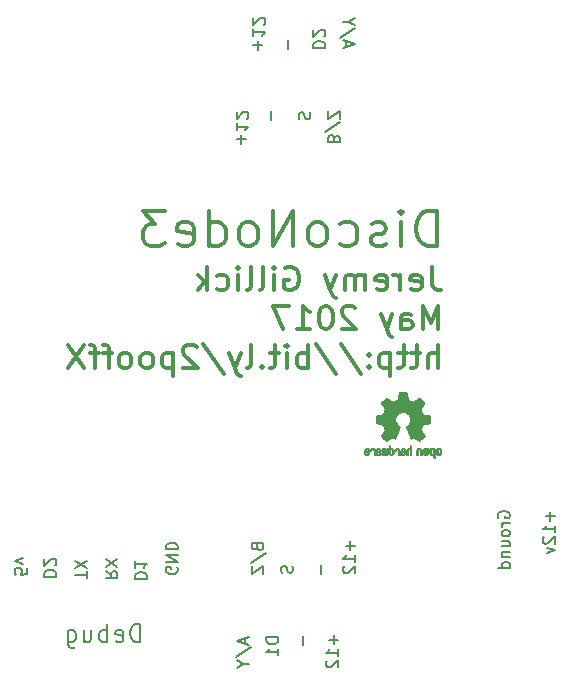
<source format=gbo>
G04 #@! TF.FileFunction,Legend,Bot*
%FSLAX46Y46*%
G04 Gerber Fmt 4.6, Leading zero omitted, Abs format (unit mm)*
G04 Created by KiCad (PCBNEW 4.0.6) date Sunday, May 14, 2017 'PMt' 08:11:31 PM*
%MOMM*%
%LPD*%
G01*
G04 APERTURE LIST*
%ADD10C,0.100000*%
%ADD11C,0.200000*%
%ADD12C,0.300000*%
%ADD13C,0.010000*%
G04 APERTURE END LIST*
D10*
D11*
X159471429Y-102338095D02*
X159471429Y-103100000D01*
X159852381Y-102719048D02*
X159090476Y-102719048D01*
X159852381Y-104100000D02*
X159852381Y-103528571D01*
X159852381Y-103814285D02*
X158852381Y-103814285D01*
X158995238Y-103719047D01*
X159090476Y-103623809D01*
X159138095Y-103528571D01*
X158947619Y-104480952D02*
X158900000Y-104528571D01*
X158852381Y-104623809D01*
X158852381Y-104861905D01*
X158900000Y-104957143D01*
X158947619Y-105004762D01*
X159042857Y-105052381D01*
X159138095Y-105052381D01*
X159280952Y-105004762D01*
X159852381Y-104433333D01*
X159852381Y-105052381D01*
X159185714Y-105385714D02*
X159852381Y-105623809D01*
X159185714Y-105861905D01*
X155100000Y-102861905D02*
X155052381Y-102766667D01*
X155052381Y-102623810D01*
X155100000Y-102480952D01*
X155195238Y-102385714D01*
X155290476Y-102338095D01*
X155480952Y-102290476D01*
X155623810Y-102290476D01*
X155814286Y-102338095D01*
X155909524Y-102385714D01*
X156004762Y-102480952D01*
X156052381Y-102623810D01*
X156052381Y-102719048D01*
X156004762Y-102861905D01*
X155957143Y-102909524D01*
X155623810Y-102909524D01*
X155623810Y-102719048D01*
X156052381Y-103338095D02*
X155385714Y-103338095D01*
X155576190Y-103338095D02*
X155480952Y-103385714D01*
X155433333Y-103433333D01*
X155385714Y-103528571D01*
X155385714Y-103623810D01*
X156052381Y-104100000D02*
X156004762Y-104004762D01*
X155957143Y-103957143D01*
X155861905Y-103909524D01*
X155576190Y-103909524D01*
X155480952Y-103957143D01*
X155433333Y-104004762D01*
X155385714Y-104100000D01*
X155385714Y-104242858D01*
X155433333Y-104338096D01*
X155480952Y-104385715D01*
X155576190Y-104433334D01*
X155861905Y-104433334D01*
X155957143Y-104385715D01*
X156004762Y-104338096D01*
X156052381Y-104242858D01*
X156052381Y-104100000D01*
X155385714Y-105290477D02*
X156052381Y-105290477D01*
X155385714Y-104861905D02*
X155909524Y-104861905D01*
X156004762Y-104909524D01*
X156052381Y-105004762D01*
X156052381Y-105147620D01*
X156004762Y-105242858D01*
X155957143Y-105290477D01*
X155385714Y-105766667D02*
X156052381Y-105766667D01*
X155480952Y-105766667D02*
X155433333Y-105814286D01*
X155385714Y-105909524D01*
X155385714Y-106052382D01*
X155433333Y-106147620D01*
X155528571Y-106195239D01*
X156052381Y-106195239D01*
X156052381Y-107100001D02*
X155052381Y-107100001D01*
X156004762Y-107100001D02*
X156052381Y-107004763D01*
X156052381Y-106814286D01*
X156004762Y-106719048D01*
X155957143Y-106671429D01*
X155861905Y-106623810D01*
X155576190Y-106623810D01*
X155480952Y-106671429D01*
X155433333Y-106719048D01*
X155385714Y-106814286D01*
X155385714Y-107004763D01*
X155433333Y-107100001D01*
X127900000Y-107061904D02*
X127947619Y-107157142D01*
X127947619Y-107299999D01*
X127900000Y-107442857D01*
X127804762Y-107538095D01*
X127709524Y-107585714D01*
X127519048Y-107633333D01*
X127376190Y-107633333D01*
X127185714Y-107585714D01*
X127090476Y-107538095D01*
X126995238Y-107442857D01*
X126947619Y-107299999D01*
X126947619Y-107204761D01*
X126995238Y-107061904D01*
X127042857Y-107014285D01*
X127376190Y-107014285D01*
X127376190Y-107204761D01*
X126947619Y-106585714D02*
X127947619Y-106585714D01*
X126947619Y-106014285D01*
X127947619Y-106014285D01*
X126947619Y-105538095D02*
X127947619Y-105538095D01*
X127947619Y-105300000D01*
X127900000Y-105157142D01*
X127804762Y-105061904D01*
X127709524Y-105014285D01*
X127519048Y-104966666D01*
X127376190Y-104966666D01*
X127185714Y-105014285D01*
X127090476Y-105061904D01*
X126995238Y-105157142D01*
X126947619Y-105300000D01*
X126947619Y-105538095D01*
X124347619Y-108038095D02*
X125347619Y-108038095D01*
X125347619Y-107800000D01*
X125300000Y-107657142D01*
X125204762Y-107561904D01*
X125109524Y-107514285D01*
X124919048Y-107466666D01*
X124776190Y-107466666D01*
X124585714Y-107514285D01*
X124490476Y-107561904D01*
X124395238Y-107657142D01*
X124347619Y-107800000D01*
X124347619Y-108038095D01*
X124347619Y-106514285D02*
X124347619Y-107085714D01*
X124347619Y-106800000D02*
X125347619Y-106800000D01*
X125204762Y-106895238D01*
X125109524Y-106990476D01*
X125061905Y-107085714D01*
X121847619Y-107366666D02*
X122323810Y-107700000D01*
X121847619Y-107938095D02*
X122847619Y-107938095D01*
X122847619Y-107557142D01*
X122800000Y-107461904D01*
X122752381Y-107414285D01*
X122657143Y-107366666D01*
X122514286Y-107366666D01*
X122419048Y-107414285D01*
X122371429Y-107461904D01*
X122323810Y-107557142D01*
X122323810Y-107938095D01*
X122847619Y-107033333D02*
X121847619Y-106366666D01*
X122847619Y-106366666D02*
X121847619Y-107033333D01*
X120247619Y-107961905D02*
X120247619Y-107390476D01*
X119247619Y-107676191D02*
X120247619Y-107676191D01*
X120247619Y-107152381D02*
X119247619Y-106485714D01*
X120247619Y-106485714D02*
X119247619Y-107152381D01*
X116647619Y-107838095D02*
X117647619Y-107838095D01*
X117647619Y-107600000D01*
X117600000Y-107457142D01*
X117504762Y-107361904D01*
X117409524Y-107314285D01*
X117219048Y-107266666D01*
X117076190Y-107266666D01*
X116885714Y-107314285D01*
X116790476Y-107361904D01*
X116695238Y-107457142D01*
X116647619Y-107600000D01*
X116647619Y-107838095D01*
X117552381Y-106885714D02*
X117600000Y-106838095D01*
X117647619Y-106742857D01*
X117647619Y-106504761D01*
X117600000Y-106409523D01*
X117552381Y-106361904D01*
X117457143Y-106314285D01*
X117361905Y-106314285D01*
X117219048Y-106361904D01*
X116647619Y-106933333D01*
X116647619Y-106314285D01*
X115147619Y-107142857D02*
X115147619Y-107619048D01*
X114671429Y-107666667D01*
X114719048Y-107619048D01*
X114766667Y-107523810D01*
X114766667Y-107285714D01*
X114719048Y-107190476D01*
X114671429Y-107142857D01*
X114576190Y-107095238D01*
X114338095Y-107095238D01*
X114242857Y-107142857D01*
X114195238Y-107190476D01*
X114147619Y-107285714D01*
X114147619Y-107523810D01*
X114195238Y-107619048D01*
X114242857Y-107666667D01*
X114814286Y-106761905D02*
X114147619Y-106523810D01*
X114814286Y-106285714D01*
X124771428Y-113378571D02*
X124771428Y-111878571D01*
X124414285Y-111878571D01*
X124200000Y-111950000D01*
X124057142Y-112092857D01*
X123985714Y-112235714D01*
X123914285Y-112521429D01*
X123914285Y-112735714D01*
X123985714Y-113021429D01*
X124057142Y-113164286D01*
X124200000Y-113307143D01*
X124414285Y-113378571D01*
X124771428Y-113378571D01*
X122700000Y-113307143D02*
X122842857Y-113378571D01*
X123128571Y-113378571D01*
X123271428Y-113307143D01*
X123342857Y-113164286D01*
X123342857Y-112592857D01*
X123271428Y-112450000D01*
X123128571Y-112378571D01*
X122842857Y-112378571D01*
X122700000Y-112450000D01*
X122628571Y-112592857D01*
X122628571Y-112735714D01*
X123342857Y-112878571D01*
X121985714Y-113378571D02*
X121985714Y-111878571D01*
X121985714Y-112450000D02*
X121842857Y-112378571D01*
X121557143Y-112378571D01*
X121414286Y-112450000D01*
X121342857Y-112521429D01*
X121271428Y-112664286D01*
X121271428Y-113092857D01*
X121342857Y-113235714D01*
X121414286Y-113307143D01*
X121557143Y-113378571D01*
X121842857Y-113378571D01*
X121985714Y-113307143D01*
X119985714Y-112378571D02*
X119985714Y-113378571D01*
X120628571Y-112378571D02*
X120628571Y-113164286D01*
X120557143Y-113307143D01*
X120414285Y-113378571D01*
X120200000Y-113378571D01*
X120057143Y-113307143D01*
X119985714Y-113235714D01*
X118628571Y-112378571D02*
X118628571Y-113592857D01*
X118700000Y-113735714D01*
X118771428Y-113807143D01*
X118914285Y-113878571D01*
X119128571Y-113878571D01*
X119271428Y-113807143D01*
X118628571Y-113307143D02*
X118771428Y-113378571D01*
X119057142Y-113378571D01*
X119200000Y-113307143D01*
X119271428Y-113235714D01*
X119342857Y-113092857D01*
X119342857Y-112664286D01*
X119271428Y-112521429D01*
X119200000Y-112450000D01*
X119057142Y-112378571D01*
X118771428Y-112378571D01*
X118628571Y-112450000D01*
X141198289Y-70726837D02*
X141150670Y-70583980D01*
X141103050Y-70536361D01*
X141007812Y-70488742D01*
X140864955Y-70488742D01*
X140769717Y-70536361D01*
X140722098Y-70583980D01*
X140674479Y-70679218D01*
X140674479Y-71060171D01*
X141674479Y-71060171D01*
X141674479Y-70726837D01*
X141626860Y-70631599D01*
X141579241Y-70583980D01*
X141484003Y-70536361D01*
X141388765Y-70536361D01*
X141293527Y-70583980D01*
X141245908Y-70631599D01*
X141198289Y-70726837D01*
X141198289Y-71060171D01*
X141722098Y-69345885D02*
X140436384Y-70203028D01*
X141674479Y-69107790D02*
X141674479Y-68441123D01*
X140674479Y-69107790D01*
X140674479Y-68441123D01*
X138222098Y-69107790D02*
X138174479Y-68964933D01*
X138174479Y-68726837D01*
X138222098Y-68631599D01*
X138269717Y-68583980D01*
X138364955Y-68536361D01*
X138460193Y-68536361D01*
X138555431Y-68583980D01*
X138603050Y-68631599D01*
X138650670Y-68726837D01*
X138698289Y-68917314D01*
X138745908Y-69012552D01*
X138793527Y-69060171D01*
X138888765Y-69107790D01*
X138984003Y-69107790D01*
X139079241Y-69060171D01*
X139126860Y-69012552D01*
X139174479Y-68917314D01*
X139174479Y-68679218D01*
X139126860Y-68536361D01*
X135805431Y-68417314D02*
X135805431Y-69179219D01*
X133305431Y-71210171D02*
X133305431Y-70448266D01*
X132924479Y-70829218D02*
X133686384Y-70829218D01*
X132924479Y-69448266D02*
X132924479Y-70019695D01*
X132924479Y-69733981D02*
X133924479Y-69733981D01*
X133781622Y-69829219D01*
X133686384Y-69924457D01*
X133638765Y-70019695D01*
X133829241Y-69067314D02*
X133876860Y-69019695D01*
X133924479Y-68924457D01*
X133924479Y-68686361D01*
X133876860Y-68591123D01*
X133829241Y-68543504D01*
X133734003Y-68495885D01*
X133638765Y-68495885D01*
X133495908Y-68543504D01*
X132924479Y-69114933D01*
X132924479Y-68495885D01*
X134735431Y-63240171D02*
X134735431Y-62478266D01*
X134354479Y-62859218D02*
X135116384Y-62859218D01*
X134354479Y-61478266D02*
X134354479Y-62049695D01*
X134354479Y-61763981D02*
X135354479Y-61763981D01*
X135211622Y-61859219D01*
X135116384Y-61954457D01*
X135068765Y-62049695D01*
X135259241Y-61097314D02*
X135306860Y-61049695D01*
X135354479Y-60954457D01*
X135354479Y-60716361D01*
X135306860Y-60621123D01*
X135259241Y-60573504D01*
X135164003Y-60525885D01*
X135068765Y-60525885D01*
X134925908Y-60573504D01*
X134354479Y-61144933D01*
X134354479Y-60525885D01*
X137305431Y-63179218D02*
X137305431Y-62417313D01*
X139424479Y-63060171D02*
X140424479Y-63060171D01*
X140424479Y-62822076D01*
X140376860Y-62679218D01*
X140281622Y-62583980D01*
X140186384Y-62536361D01*
X139995908Y-62488742D01*
X139853050Y-62488742D01*
X139662574Y-62536361D01*
X139567336Y-62583980D01*
X139472098Y-62679218D01*
X139424479Y-62822076D01*
X139424479Y-63060171D01*
X140329241Y-62107790D02*
X140376860Y-62060171D01*
X140424479Y-61964933D01*
X140424479Y-61726837D01*
X140376860Y-61631599D01*
X140329241Y-61583980D01*
X140234003Y-61536361D01*
X140138765Y-61536361D01*
X139995908Y-61583980D01*
X139424479Y-62155409D01*
X139424479Y-61536361D01*
X142210193Y-62988742D02*
X142210193Y-62512551D01*
X141924479Y-63083980D02*
X142924479Y-62750647D01*
X141924479Y-62417313D01*
X142972098Y-61369694D02*
X141686384Y-62226837D01*
X142400670Y-60845885D02*
X141924479Y-60845885D01*
X142924479Y-61179218D02*
X142400670Y-60845885D01*
X142924479Y-60512551D01*
X134678571Y-105321429D02*
X134726190Y-105464286D01*
X134773810Y-105511905D01*
X134869048Y-105559524D01*
X135011905Y-105559524D01*
X135107143Y-105511905D01*
X135154762Y-105464286D01*
X135202381Y-105369048D01*
X135202381Y-104988095D01*
X134202381Y-104988095D01*
X134202381Y-105321429D01*
X134250000Y-105416667D01*
X134297619Y-105464286D01*
X134392857Y-105511905D01*
X134488095Y-105511905D01*
X134583333Y-105464286D01*
X134630952Y-105416667D01*
X134678571Y-105321429D01*
X134678571Y-104988095D01*
X134154762Y-106702381D02*
X135440476Y-105845238D01*
X134202381Y-106940476D02*
X134202381Y-107607143D01*
X135202381Y-106940476D01*
X135202381Y-107607143D01*
X133666667Y-113059524D02*
X133666667Y-113535715D01*
X133952381Y-112964286D02*
X132952381Y-113297619D01*
X133952381Y-113630953D01*
X132904762Y-114678572D02*
X134190476Y-113821429D01*
X133476190Y-115202381D02*
X133952381Y-115202381D01*
X132952381Y-114869048D02*
X133476190Y-115202381D01*
X132952381Y-115535715D01*
X136452381Y-112988095D02*
X135452381Y-112988095D01*
X135452381Y-113226190D01*
X135500000Y-113369048D01*
X135595238Y-113464286D01*
X135690476Y-113511905D01*
X135880952Y-113559524D01*
X136023810Y-113559524D01*
X136214286Y-113511905D01*
X136309524Y-113464286D01*
X136404762Y-113369048D01*
X136452381Y-113226190D01*
X136452381Y-112988095D01*
X136452381Y-114511905D02*
X136452381Y-113940476D01*
X136452381Y-114226190D02*
X135452381Y-114226190D01*
X135595238Y-114130952D01*
X135690476Y-114035714D01*
X135738095Y-113940476D01*
X137654762Y-106940476D02*
X137702381Y-107083333D01*
X137702381Y-107321429D01*
X137654762Y-107416667D01*
X137607143Y-107464286D01*
X137511905Y-107511905D01*
X137416667Y-107511905D01*
X137321429Y-107464286D01*
X137273810Y-107416667D01*
X137226190Y-107321429D01*
X137178571Y-107130952D01*
X137130952Y-107035714D01*
X137083333Y-106988095D01*
X136988095Y-106940476D01*
X136892857Y-106940476D01*
X136797619Y-106988095D01*
X136750000Y-107035714D01*
X136702381Y-107130952D01*
X136702381Y-107369048D01*
X136750000Y-107511905D01*
X138571429Y-112869048D02*
X138571429Y-113630953D01*
X140071429Y-107630952D02*
X140071429Y-106869047D01*
X141141429Y-112808095D02*
X141141429Y-113570000D01*
X141522381Y-113189048D02*
X140760476Y-113189048D01*
X141522381Y-114570000D02*
X141522381Y-113998571D01*
X141522381Y-114284285D02*
X140522381Y-114284285D01*
X140665238Y-114189047D01*
X140760476Y-114093809D01*
X140808095Y-113998571D01*
X140617619Y-114950952D02*
X140570000Y-114998571D01*
X140522381Y-115093809D01*
X140522381Y-115331905D01*
X140570000Y-115427143D01*
X140617619Y-115474762D01*
X140712857Y-115522381D01*
X140808095Y-115522381D01*
X140950952Y-115474762D01*
X141522381Y-114903333D01*
X141522381Y-115522381D01*
X142571429Y-104838095D02*
X142571429Y-105600000D01*
X142952381Y-105219048D02*
X142190476Y-105219048D01*
X142952381Y-106600000D02*
X142952381Y-106028571D01*
X142952381Y-106314285D02*
X141952381Y-106314285D01*
X142095238Y-106219047D01*
X142190476Y-106123809D01*
X142238095Y-106028571D01*
X142047619Y-106980952D02*
X142000000Y-107028571D01*
X141952381Y-107123809D01*
X141952381Y-107361905D01*
X142000000Y-107457143D01*
X142047619Y-107504762D01*
X142142857Y-107552381D01*
X142238095Y-107552381D01*
X142380952Y-107504762D01*
X142952381Y-106933333D01*
X142952381Y-107552381D01*
D12*
X149452381Y-81604762D02*
X149452381Y-83033333D01*
X149547619Y-83319048D01*
X149738095Y-83509524D01*
X150023810Y-83604762D01*
X150214286Y-83604762D01*
X147738095Y-83509524D02*
X147928571Y-83604762D01*
X148309523Y-83604762D01*
X148500000Y-83509524D01*
X148595238Y-83319048D01*
X148595238Y-82557143D01*
X148500000Y-82366667D01*
X148309523Y-82271429D01*
X147928571Y-82271429D01*
X147738095Y-82366667D01*
X147642857Y-82557143D01*
X147642857Y-82747619D01*
X148595238Y-82938095D01*
X146785714Y-83604762D02*
X146785714Y-82271429D01*
X146785714Y-82652381D02*
X146690475Y-82461905D01*
X146595237Y-82366667D01*
X146404761Y-82271429D01*
X146214285Y-82271429D01*
X144785714Y-83509524D02*
X144976190Y-83604762D01*
X145357142Y-83604762D01*
X145547619Y-83509524D01*
X145642857Y-83319048D01*
X145642857Y-82557143D01*
X145547619Y-82366667D01*
X145357142Y-82271429D01*
X144976190Y-82271429D01*
X144785714Y-82366667D01*
X144690476Y-82557143D01*
X144690476Y-82747619D01*
X145642857Y-82938095D01*
X143833333Y-83604762D02*
X143833333Y-82271429D01*
X143833333Y-82461905D02*
X143738094Y-82366667D01*
X143547618Y-82271429D01*
X143261904Y-82271429D01*
X143071428Y-82366667D01*
X142976190Y-82557143D01*
X142976190Y-83604762D01*
X142976190Y-82557143D02*
X142880952Y-82366667D01*
X142690475Y-82271429D01*
X142404761Y-82271429D01*
X142214285Y-82366667D01*
X142119047Y-82557143D01*
X142119047Y-83604762D01*
X141357142Y-82271429D02*
X140880951Y-83604762D01*
X140404761Y-82271429D02*
X140880951Y-83604762D01*
X141071427Y-84080952D01*
X141166666Y-84176190D01*
X141357142Y-84271429D01*
X137071426Y-81700000D02*
X137261903Y-81604762D01*
X137547617Y-81604762D01*
X137833331Y-81700000D01*
X138023807Y-81890476D01*
X138119046Y-82080952D01*
X138214284Y-82461905D01*
X138214284Y-82747619D01*
X138119046Y-83128571D01*
X138023807Y-83319048D01*
X137833331Y-83509524D01*
X137547617Y-83604762D01*
X137357141Y-83604762D01*
X137071426Y-83509524D01*
X136976188Y-83414286D01*
X136976188Y-82747619D01*
X137357141Y-82747619D01*
X136119046Y-83604762D02*
X136119046Y-82271429D01*
X136119046Y-81604762D02*
X136214284Y-81700000D01*
X136119046Y-81795238D01*
X136023807Y-81700000D01*
X136119046Y-81604762D01*
X136119046Y-81795238D01*
X134880950Y-83604762D02*
X135071426Y-83509524D01*
X135166665Y-83319048D01*
X135166665Y-81604762D01*
X133833331Y-83604762D02*
X134023807Y-83509524D01*
X134119046Y-83319048D01*
X134119046Y-81604762D01*
X133071427Y-83604762D02*
X133071427Y-82271429D01*
X133071427Y-81604762D02*
X133166665Y-81700000D01*
X133071427Y-81795238D01*
X132976188Y-81700000D01*
X133071427Y-81604762D01*
X133071427Y-81795238D01*
X131261903Y-83509524D02*
X131452379Y-83604762D01*
X131833331Y-83604762D01*
X132023807Y-83509524D01*
X132119046Y-83414286D01*
X132214284Y-83223810D01*
X132214284Y-82652381D01*
X132119046Y-82461905D01*
X132023807Y-82366667D01*
X131833331Y-82271429D01*
X131452379Y-82271429D01*
X131261903Y-82366667D01*
X130404760Y-83604762D02*
X130404760Y-81604762D01*
X130214283Y-82842857D02*
X129642855Y-83604762D01*
X129642855Y-82271429D02*
X130404760Y-83033333D01*
X150023810Y-86904762D02*
X150023810Y-84904762D01*
X149357143Y-86333333D01*
X148690476Y-84904762D01*
X148690476Y-86904762D01*
X146880953Y-86904762D02*
X146880953Y-85857143D01*
X146976191Y-85666667D01*
X147166667Y-85571429D01*
X147547619Y-85571429D01*
X147738096Y-85666667D01*
X146880953Y-86809524D02*
X147071429Y-86904762D01*
X147547619Y-86904762D01*
X147738096Y-86809524D01*
X147833334Y-86619048D01*
X147833334Y-86428571D01*
X147738096Y-86238095D01*
X147547619Y-86142857D01*
X147071429Y-86142857D01*
X146880953Y-86047619D01*
X146119048Y-85571429D02*
X145642857Y-86904762D01*
X145166667Y-85571429D02*
X145642857Y-86904762D01*
X145833333Y-87380952D01*
X145928572Y-87476190D01*
X146119048Y-87571429D01*
X142976190Y-85095238D02*
X142880952Y-85000000D01*
X142690475Y-84904762D01*
X142214285Y-84904762D01*
X142023809Y-85000000D01*
X141928571Y-85095238D01*
X141833332Y-85285714D01*
X141833332Y-85476190D01*
X141928571Y-85761905D01*
X143071428Y-86904762D01*
X141833332Y-86904762D01*
X140595237Y-84904762D02*
X140404761Y-84904762D01*
X140214285Y-85000000D01*
X140119047Y-85095238D01*
X140023809Y-85285714D01*
X139928570Y-85666667D01*
X139928570Y-86142857D01*
X140023809Y-86523810D01*
X140119047Y-86714286D01*
X140214285Y-86809524D01*
X140404761Y-86904762D01*
X140595237Y-86904762D01*
X140785713Y-86809524D01*
X140880951Y-86714286D01*
X140976190Y-86523810D01*
X141071428Y-86142857D01*
X141071428Y-85666667D01*
X140976190Y-85285714D01*
X140880951Y-85095238D01*
X140785713Y-85000000D01*
X140595237Y-84904762D01*
X138023808Y-86904762D02*
X139166666Y-86904762D01*
X138595237Y-86904762D02*
X138595237Y-84904762D01*
X138785713Y-85190476D01*
X138976189Y-85380952D01*
X139166666Y-85476190D01*
X137357142Y-84904762D02*
X136023808Y-84904762D01*
X136880951Y-86904762D01*
X150023810Y-90204762D02*
X150023810Y-88204762D01*
X149166667Y-90204762D02*
X149166667Y-89157143D01*
X149261905Y-88966667D01*
X149452381Y-88871429D01*
X149738095Y-88871429D01*
X149928571Y-88966667D01*
X150023810Y-89061905D01*
X148500000Y-88871429D02*
X147738095Y-88871429D01*
X148214286Y-88204762D02*
X148214286Y-89919048D01*
X148119047Y-90109524D01*
X147928571Y-90204762D01*
X147738095Y-90204762D01*
X147357143Y-88871429D02*
X146595238Y-88871429D01*
X147071429Y-88204762D02*
X147071429Y-89919048D01*
X146976190Y-90109524D01*
X146785714Y-90204762D01*
X146595238Y-90204762D01*
X145928572Y-88871429D02*
X145928572Y-90871429D01*
X145928572Y-88966667D02*
X145738095Y-88871429D01*
X145357143Y-88871429D01*
X145166667Y-88966667D01*
X145071429Y-89061905D01*
X144976191Y-89252381D01*
X144976191Y-89823810D01*
X145071429Y-90014286D01*
X145166667Y-90109524D01*
X145357143Y-90204762D01*
X145738095Y-90204762D01*
X145928572Y-90109524D01*
X144119048Y-90014286D02*
X144023809Y-90109524D01*
X144119048Y-90204762D01*
X144214286Y-90109524D01*
X144119048Y-90014286D01*
X144119048Y-90204762D01*
X144119048Y-88966667D02*
X144023809Y-89061905D01*
X144119048Y-89157143D01*
X144214286Y-89061905D01*
X144119048Y-88966667D01*
X144119048Y-89157143D01*
X141738095Y-88109524D02*
X143452381Y-90680952D01*
X139642857Y-88109524D02*
X141357143Y-90680952D01*
X138976191Y-90204762D02*
X138976191Y-88204762D01*
X138976191Y-88966667D02*
X138785714Y-88871429D01*
X138404762Y-88871429D01*
X138214286Y-88966667D01*
X138119048Y-89061905D01*
X138023810Y-89252381D01*
X138023810Y-89823810D01*
X138119048Y-90014286D01*
X138214286Y-90109524D01*
X138404762Y-90204762D01*
X138785714Y-90204762D01*
X138976191Y-90109524D01*
X137166667Y-90204762D02*
X137166667Y-88871429D01*
X137166667Y-88204762D02*
X137261905Y-88300000D01*
X137166667Y-88395238D01*
X137071428Y-88300000D01*
X137166667Y-88204762D01*
X137166667Y-88395238D01*
X136500000Y-88871429D02*
X135738095Y-88871429D01*
X136214286Y-88204762D02*
X136214286Y-89919048D01*
X136119047Y-90109524D01*
X135928571Y-90204762D01*
X135738095Y-90204762D01*
X135071429Y-90014286D02*
X134976190Y-90109524D01*
X135071429Y-90204762D01*
X135166667Y-90109524D01*
X135071429Y-90014286D01*
X135071429Y-90204762D01*
X133833333Y-90204762D02*
X134023809Y-90109524D01*
X134119048Y-89919048D01*
X134119048Y-88204762D01*
X133261905Y-88871429D02*
X132785714Y-90204762D01*
X132309524Y-88871429D02*
X132785714Y-90204762D01*
X132976190Y-90680952D01*
X133071429Y-90776190D01*
X133261905Y-90871429D01*
X130119047Y-88109524D02*
X131833333Y-90680952D01*
X129547619Y-88395238D02*
X129452381Y-88300000D01*
X129261904Y-88204762D01*
X128785714Y-88204762D01*
X128595238Y-88300000D01*
X128500000Y-88395238D01*
X128404761Y-88585714D01*
X128404761Y-88776190D01*
X128500000Y-89061905D01*
X129642857Y-90204762D01*
X128404761Y-90204762D01*
X127547619Y-88871429D02*
X127547619Y-90871429D01*
X127547619Y-88966667D02*
X127357142Y-88871429D01*
X126976190Y-88871429D01*
X126785714Y-88966667D01*
X126690476Y-89061905D01*
X126595238Y-89252381D01*
X126595238Y-89823810D01*
X126690476Y-90014286D01*
X126785714Y-90109524D01*
X126976190Y-90204762D01*
X127357142Y-90204762D01*
X127547619Y-90109524D01*
X125452380Y-90204762D02*
X125642856Y-90109524D01*
X125738095Y-90014286D01*
X125833333Y-89823810D01*
X125833333Y-89252381D01*
X125738095Y-89061905D01*
X125642856Y-88966667D01*
X125452380Y-88871429D01*
X125166666Y-88871429D01*
X124976190Y-88966667D01*
X124880952Y-89061905D01*
X124785714Y-89252381D01*
X124785714Y-89823810D01*
X124880952Y-90014286D01*
X124976190Y-90109524D01*
X125166666Y-90204762D01*
X125452380Y-90204762D01*
X123642856Y-90204762D02*
X123833332Y-90109524D01*
X123928571Y-90014286D01*
X124023809Y-89823810D01*
X124023809Y-89252381D01*
X123928571Y-89061905D01*
X123833332Y-88966667D01*
X123642856Y-88871429D01*
X123357142Y-88871429D01*
X123166666Y-88966667D01*
X123071428Y-89061905D01*
X122976190Y-89252381D01*
X122976190Y-89823810D01*
X123071428Y-90014286D01*
X123166666Y-90109524D01*
X123357142Y-90204762D01*
X123642856Y-90204762D01*
X122404761Y-88871429D02*
X121642856Y-88871429D01*
X122119047Y-90204762D02*
X122119047Y-88490476D01*
X122023808Y-88300000D01*
X121833332Y-88204762D01*
X121642856Y-88204762D01*
X121261904Y-88871429D02*
X120499999Y-88871429D01*
X120976190Y-90204762D02*
X120976190Y-88490476D01*
X120880951Y-88300000D01*
X120690475Y-88204762D01*
X120499999Y-88204762D01*
X120023809Y-88204762D02*
X118690475Y-90204762D01*
X118690475Y-88204762D02*
X120023809Y-90204762D01*
X149857143Y-79857143D02*
X149857143Y-76857143D01*
X149142858Y-76857143D01*
X148714286Y-77000000D01*
X148428572Y-77285714D01*
X148285715Y-77571429D01*
X148142858Y-78142857D01*
X148142858Y-78571429D01*
X148285715Y-79142857D01*
X148428572Y-79428571D01*
X148714286Y-79714286D01*
X149142858Y-79857143D01*
X149857143Y-79857143D01*
X146857143Y-79857143D02*
X146857143Y-77857143D01*
X146857143Y-76857143D02*
X147000000Y-77000000D01*
X146857143Y-77142857D01*
X146714286Y-77000000D01*
X146857143Y-76857143D01*
X146857143Y-77142857D01*
X145571429Y-79714286D02*
X145285715Y-79857143D01*
X144714287Y-79857143D01*
X144428572Y-79714286D01*
X144285715Y-79428571D01*
X144285715Y-79285714D01*
X144428572Y-79000000D01*
X144714287Y-78857143D01*
X145142858Y-78857143D01*
X145428572Y-78714286D01*
X145571429Y-78428571D01*
X145571429Y-78285714D01*
X145428572Y-78000000D01*
X145142858Y-77857143D01*
X144714287Y-77857143D01*
X144428572Y-78000000D01*
X141714287Y-79714286D02*
X142000001Y-79857143D01*
X142571430Y-79857143D01*
X142857144Y-79714286D01*
X143000001Y-79571429D01*
X143142858Y-79285714D01*
X143142858Y-78428571D01*
X143000001Y-78142857D01*
X142857144Y-78000000D01*
X142571430Y-77857143D01*
X142000001Y-77857143D01*
X141714287Y-78000000D01*
X140000001Y-79857143D02*
X140285715Y-79714286D01*
X140428572Y-79571429D01*
X140571429Y-79285714D01*
X140571429Y-78428571D01*
X140428572Y-78142857D01*
X140285715Y-78000000D01*
X140000001Y-77857143D01*
X139571429Y-77857143D01*
X139285715Y-78000000D01*
X139142858Y-78142857D01*
X139000001Y-78428571D01*
X139000001Y-79285714D01*
X139142858Y-79571429D01*
X139285715Y-79714286D01*
X139571429Y-79857143D01*
X140000001Y-79857143D01*
X137714286Y-79857143D02*
X137714286Y-76857143D01*
X136000001Y-79857143D01*
X136000001Y-76857143D01*
X134142858Y-79857143D02*
X134428572Y-79714286D01*
X134571429Y-79571429D01*
X134714286Y-79285714D01*
X134714286Y-78428571D01*
X134571429Y-78142857D01*
X134428572Y-78000000D01*
X134142858Y-77857143D01*
X133714286Y-77857143D01*
X133428572Y-78000000D01*
X133285715Y-78142857D01*
X133142858Y-78428571D01*
X133142858Y-79285714D01*
X133285715Y-79571429D01*
X133428572Y-79714286D01*
X133714286Y-79857143D01*
X134142858Y-79857143D01*
X130571429Y-79857143D02*
X130571429Y-76857143D01*
X130571429Y-79714286D02*
X130857143Y-79857143D01*
X131428572Y-79857143D01*
X131714286Y-79714286D01*
X131857143Y-79571429D01*
X132000000Y-79285714D01*
X132000000Y-78428571D01*
X131857143Y-78142857D01*
X131714286Y-78000000D01*
X131428572Y-77857143D01*
X130857143Y-77857143D01*
X130571429Y-78000000D01*
X128000000Y-79714286D02*
X128285714Y-79857143D01*
X128857143Y-79857143D01*
X129142857Y-79714286D01*
X129285714Y-79428571D01*
X129285714Y-78285714D01*
X129142857Y-78000000D01*
X128857143Y-77857143D01*
X128285714Y-77857143D01*
X128000000Y-78000000D01*
X127857143Y-78285714D01*
X127857143Y-78571429D01*
X129285714Y-78857143D01*
X126857143Y-76857143D02*
X125000000Y-76857143D01*
X126000000Y-78000000D01*
X125571428Y-78000000D01*
X125285714Y-78142857D01*
X125142857Y-78285714D01*
X125000000Y-78571429D01*
X125000000Y-79285714D01*
X125142857Y-79571429D01*
X125285714Y-79714286D01*
X125571428Y-79857143D01*
X126428571Y-79857143D01*
X126714285Y-79714286D01*
X126857143Y-79571429D01*
D13*
G36*
X149400256Y-96919918D02*
X149344799Y-96947568D01*
X149295852Y-96998480D01*
X149282371Y-97017338D01*
X149267686Y-97042015D01*
X149258158Y-97068816D01*
X149252707Y-97104587D01*
X149250253Y-97156169D01*
X149249714Y-97224267D01*
X149252148Y-97317588D01*
X149260606Y-97387657D01*
X149276826Y-97439931D01*
X149302546Y-97479869D01*
X149339503Y-97512929D01*
X149342218Y-97514886D01*
X149378640Y-97534908D01*
X149422498Y-97544815D01*
X149478276Y-97547257D01*
X149568952Y-97547257D01*
X149568990Y-97635283D01*
X149569834Y-97684308D01*
X149574976Y-97713065D01*
X149588413Y-97730311D01*
X149614142Y-97744808D01*
X149620321Y-97747769D01*
X149649236Y-97761648D01*
X149671624Y-97770414D01*
X149688271Y-97771171D01*
X149699964Y-97761023D01*
X149707490Y-97737073D01*
X149711634Y-97696426D01*
X149713185Y-97636186D01*
X149712929Y-97553455D01*
X149711651Y-97445339D01*
X149711252Y-97413000D01*
X149709815Y-97301524D01*
X149708528Y-97228603D01*
X149569029Y-97228603D01*
X149568245Y-97290499D01*
X149564760Y-97330997D01*
X149556876Y-97357708D01*
X149542895Y-97378244D01*
X149533403Y-97388260D01*
X149494596Y-97417567D01*
X149460237Y-97419952D01*
X149424784Y-97395750D01*
X149423886Y-97394857D01*
X149409461Y-97376153D01*
X149400687Y-97350732D01*
X149396261Y-97311584D01*
X149394882Y-97251697D01*
X149394857Y-97238430D01*
X149398188Y-97155901D01*
X149409031Y-97098691D01*
X149428660Y-97063766D01*
X149458350Y-97048094D01*
X149475509Y-97046514D01*
X149516234Y-97053926D01*
X149544168Y-97078330D01*
X149560983Y-97122980D01*
X149568350Y-97191130D01*
X149569029Y-97228603D01*
X149708528Y-97228603D01*
X149708292Y-97215245D01*
X149706323Y-97150333D01*
X149703550Y-97102958D01*
X149699612Y-97069290D01*
X149694151Y-97045498D01*
X149686808Y-97027753D01*
X149677223Y-97012224D01*
X149673113Y-97006381D01*
X149618595Y-96951185D01*
X149549664Y-96919890D01*
X149469928Y-96911165D01*
X149400256Y-96919918D01*
X149400256Y-96919918D01*
G37*
X149400256Y-96919918D02*
X149344799Y-96947568D01*
X149295852Y-96998480D01*
X149282371Y-97017338D01*
X149267686Y-97042015D01*
X149258158Y-97068816D01*
X149252707Y-97104587D01*
X149250253Y-97156169D01*
X149249714Y-97224267D01*
X149252148Y-97317588D01*
X149260606Y-97387657D01*
X149276826Y-97439931D01*
X149302546Y-97479869D01*
X149339503Y-97512929D01*
X149342218Y-97514886D01*
X149378640Y-97534908D01*
X149422498Y-97544815D01*
X149478276Y-97547257D01*
X149568952Y-97547257D01*
X149568990Y-97635283D01*
X149569834Y-97684308D01*
X149574976Y-97713065D01*
X149588413Y-97730311D01*
X149614142Y-97744808D01*
X149620321Y-97747769D01*
X149649236Y-97761648D01*
X149671624Y-97770414D01*
X149688271Y-97771171D01*
X149699964Y-97761023D01*
X149707490Y-97737073D01*
X149711634Y-97696426D01*
X149713185Y-97636186D01*
X149712929Y-97553455D01*
X149711651Y-97445339D01*
X149711252Y-97413000D01*
X149709815Y-97301524D01*
X149708528Y-97228603D01*
X149569029Y-97228603D01*
X149568245Y-97290499D01*
X149564760Y-97330997D01*
X149556876Y-97357708D01*
X149542895Y-97378244D01*
X149533403Y-97388260D01*
X149494596Y-97417567D01*
X149460237Y-97419952D01*
X149424784Y-97395750D01*
X149423886Y-97394857D01*
X149409461Y-97376153D01*
X149400687Y-97350732D01*
X149396261Y-97311584D01*
X149394882Y-97251697D01*
X149394857Y-97238430D01*
X149398188Y-97155901D01*
X149409031Y-97098691D01*
X149428660Y-97063766D01*
X149458350Y-97048094D01*
X149475509Y-97046514D01*
X149516234Y-97053926D01*
X149544168Y-97078330D01*
X149560983Y-97122980D01*
X149568350Y-97191130D01*
X149569029Y-97228603D01*
X149708528Y-97228603D01*
X149708292Y-97215245D01*
X149706323Y-97150333D01*
X149703550Y-97102958D01*
X149699612Y-97069290D01*
X149694151Y-97045498D01*
X149686808Y-97027753D01*
X149677223Y-97012224D01*
X149673113Y-97006381D01*
X149618595Y-96951185D01*
X149549664Y-96919890D01*
X149469928Y-96911165D01*
X149400256Y-96919918D01*
G36*
X148283907Y-96927780D02*
X148237328Y-96954723D01*
X148204943Y-96981466D01*
X148181258Y-97009484D01*
X148164941Y-97043748D01*
X148154661Y-97089227D01*
X148149086Y-97150892D01*
X148146884Y-97233711D01*
X148146629Y-97293246D01*
X148146629Y-97512391D01*
X148208314Y-97540044D01*
X148270000Y-97567697D01*
X148277257Y-97327670D01*
X148280256Y-97238028D01*
X148283402Y-97172962D01*
X148287299Y-97128026D01*
X148292553Y-97098770D01*
X148299769Y-97080748D01*
X148309550Y-97069511D01*
X148312688Y-97067079D01*
X148360239Y-97048083D01*
X148408303Y-97055600D01*
X148436914Y-97075543D01*
X148448553Y-97089675D01*
X148456609Y-97108220D01*
X148461729Y-97136334D01*
X148464559Y-97179173D01*
X148465744Y-97241895D01*
X148465943Y-97307261D01*
X148465982Y-97389268D01*
X148467386Y-97447316D01*
X148472086Y-97486465D01*
X148482013Y-97511780D01*
X148499097Y-97528323D01*
X148525268Y-97541156D01*
X148560225Y-97554491D01*
X148598404Y-97569007D01*
X148593859Y-97311389D01*
X148592029Y-97218519D01*
X148589888Y-97149889D01*
X148586819Y-97100711D01*
X148582206Y-97066198D01*
X148575432Y-97041562D01*
X148565881Y-97022016D01*
X148554366Y-97004770D01*
X148498810Y-96949680D01*
X148431020Y-96917822D01*
X148357287Y-96910191D01*
X148283907Y-96927780D01*
X148283907Y-96927780D01*
G37*
X148283907Y-96927780D02*
X148237328Y-96954723D01*
X148204943Y-96981466D01*
X148181258Y-97009484D01*
X148164941Y-97043748D01*
X148154661Y-97089227D01*
X148149086Y-97150892D01*
X148146884Y-97233711D01*
X148146629Y-97293246D01*
X148146629Y-97512391D01*
X148208314Y-97540044D01*
X148270000Y-97567697D01*
X148277257Y-97327670D01*
X148280256Y-97238028D01*
X148283402Y-97172962D01*
X148287299Y-97128026D01*
X148292553Y-97098770D01*
X148299769Y-97080748D01*
X148309550Y-97069511D01*
X148312688Y-97067079D01*
X148360239Y-97048083D01*
X148408303Y-97055600D01*
X148436914Y-97075543D01*
X148448553Y-97089675D01*
X148456609Y-97108220D01*
X148461729Y-97136334D01*
X148464559Y-97179173D01*
X148465744Y-97241895D01*
X148465943Y-97307261D01*
X148465982Y-97389268D01*
X148467386Y-97447316D01*
X148472086Y-97486465D01*
X148482013Y-97511780D01*
X148499097Y-97528323D01*
X148525268Y-97541156D01*
X148560225Y-97554491D01*
X148598404Y-97569007D01*
X148593859Y-97311389D01*
X148592029Y-97218519D01*
X148589888Y-97149889D01*
X148586819Y-97100711D01*
X148582206Y-97066198D01*
X148575432Y-97041562D01*
X148565881Y-97022016D01*
X148554366Y-97004770D01*
X148498810Y-96949680D01*
X148431020Y-96917822D01*
X148357287Y-96910191D01*
X148283907Y-96927780D01*
G36*
X149958885Y-96921962D02*
X149890855Y-96957733D01*
X149840649Y-97015301D01*
X149822815Y-97052312D01*
X149808937Y-97107882D01*
X149801833Y-97178096D01*
X149801160Y-97254727D01*
X149806573Y-97329552D01*
X149817730Y-97394342D01*
X149834286Y-97440873D01*
X149839374Y-97448887D01*
X149899645Y-97508707D01*
X149971231Y-97544535D01*
X150048908Y-97555020D01*
X150127452Y-97538810D01*
X150149311Y-97529092D01*
X150191878Y-97499143D01*
X150229237Y-97459433D01*
X150232768Y-97454397D01*
X150247119Y-97430124D01*
X150256606Y-97404178D01*
X150262210Y-97370022D01*
X150264914Y-97321119D01*
X150265701Y-97250935D01*
X150265714Y-97235200D01*
X150265678Y-97230192D01*
X150120571Y-97230192D01*
X150119727Y-97296430D01*
X150116404Y-97340386D01*
X150109417Y-97368779D01*
X150097584Y-97388325D01*
X150091543Y-97394857D01*
X150056814Y-97419680D01*
X150023097Y-97418548D01*
X149989005Y-97397016D01*
X149968671Y-97374029D01*
X149956629Y-97340478D01*
X149949866Y-97287569D01*
X149949402Y-97281399D01*
X149948248Y-97185513D01*
X149960312Y-97114299D01*
X149985430Y-97068194D01*
X150023440Y-97047635D01*
X150037008Y-97046514D01*
X150072636Y-97052152D01*
X150097006Y-97071686D01*
X150111907Y-97109042D01*
X150119125Y-97168150D01*
X150120571Y-97230192D01*
X150265678Y-97230192D01*
X150265174Y-97160413D01*
X150262904Y-97108159D01*
X150257932Y-97071949D01*
X150249287Y-97045299D01*
X150235995Y-97021722D01*
X150233057Y-97017338D01*
X150183687Y-96958249D01*
X150129891Y-96923947D01*
X150064398Y-96910331D01*
X150042158Y-96909665D01*
X149958885Y-96921962D01*
X149958885Y-96921962D01*
G37*
X149958885Y-96921962D02*
X149890855Y-96957733D01*
X149840649Y-97015301D01*
X149822815Y-97052312D01*
X149808937Y-97107882D01*
X149801833Y-97178096D01*
X149801160Y-97254727D01*
X149806573Y-97329552D01*
X149817730Y-97394342D01*
X149834286Y-97440873D01*
X149839374Y-97448887D01*
X149899645Y-97508707D01*
X149971231Y-97544535D01*
X150048908Y-97555020D01*
X150127452Y-97538810D01*
X150149311Y-97529092D01*
X150191878Y-97499143D01*
X150229237Y-97459433D01*
X150232768Y-97454397D01*
X150247119Y-97430124D01*
X150256606Y-97404178D01*
X150262210Y-97370022D01*
X150264914Y-97321119D01*
X150265701Y-97250935D01*
X150265714Y-97235200D01*
X150265678Y-97230192D01*
X150120571Y-97230192D01*
X150119727Y-97296430D01*
X150116404Y-97340386D01*
X150109417Y-97368779D01*
X150097584Y-97388325D01*
X150091543Y-97394857D01*
X150056814Y-97419680D01*
X150023097Y-97418548D01*
X149989005Y-97397016D01*
X149968671Y-97374029D01*
X149956629Y-97340478D01*
X149949866Y-97287569D01*
X149949402Y-97281399D01*
X149948248Y-97185513D01*
X149960312Y-97114299D01*
X149985430Y-97068194D01*
X150023440Y-97047635D01*
X150037008Y-97046514D01*
X150072636Y-97052152D01*
X150097006Y-97071686D01*
X150111907Y-97109042D01*
X150119125Y-97168150D01*
X150120571Y-97230192D01*
X150265678Y-97230192D01*
X150265174Y-97160413D01*
X150262904Y-97108159D01*
X150257932Y-97071949D01*
X150249287Y-97045299D01*
X150235995Y-97021722D01*
X150233057Y-97017338D01*
X150183687Y-96958249D01*
X150129891Y-96923947D01*
X150064398Y-96910331D01*
X150042158Y-96909665D01*
X149958885Y-96921962D01*
G36*
X148831697Y-96931239D02*
X148774473Y-96969735D01*
X148730251Y-97025335D01*
X148703833Y-97096086D01*
X148698490Y-97148162D01*
X148699097Y-97169893D01*
X148704178Y-97186531D01*
X148718145Y-97201437D01*
X148745411Y-97217973D01*
X148790388Y-97239498D01*
X148857489Y-97269374D01*
X148857829Y-97269524D01*
X148919593Y-97297813D01*
X148970241Y-97322933D01*
X149004596Y-97342179D01*
X149017482Y-97352848D01*
X149017486Y-97352934D01*
X149006128Y-97376166D01*
X148979569Y-97401774D01*
X148949077Y-97420221D01*
X148933630Y-97423886D01*
X148891485Y-97411212D01*
X148855192Y-97379471D01*
X148837483Y-97344572D01*
X148820448Y-97318845D01*
X148787078Y-97289546D01*
X148747851Y-97264235D01*
X148713244Y-97250471D01*
X148706007Y-97249714D01*
X148697861Y-97262160D01*
X148697370Y-97293972D01*
X148703357Y-97336866D01*
X148714643Y-97382558D01*
X148730050Y-97422761D01*
X148730829Y-97424322D01*
X148777196Y-97489062D01*
X148837289Y-97533097D01*
X148905535Y-97554711D01*
X148976362Y-97552185D01*
X149044196Y-97523804D01*
X149047212Y-97521808D01*
X149100573Y-97473448D01*
X149135660Y-97410352D01*
X149155078Y-97327387D01*
X149157684Y-97304078D01*
X149162299Y-97194055D01*
X149156767Y-97142748D01*
X149017486Y-97142748D01*
X149015676Y-97174753D01*
X149005778Y-97184093D01*
X148981102Y-97177105D01*
X148942205Y-97160587D01*
X148898725Y-97139881D01*
X148897644Y-97139333D01*
X148860791Y-97119949D01*
X148846000Y-97107013D01*
X148849647Y-97093451D01*
X148865005Y-97075632D01*
X148904077Y-97049845D01*
X148946154Y-97047950D01*
X148983897Y-97066717D01*
X149009966Y-97102915D01*
X149017486Y-97142748D01*
X149156767Y-97142748D01*
X149152806Y-97106027D01*
X149128450Y-97036212D01*
X149094544Y-96987302D01*
X149033347Y-96937878D01*
X148965937Y-96913359D01*
X148897120Y-96911797D01*
X148831697Y-96931239D01*
X148831697Y-96931239D01*
G37*
X148831697Y-96931239D02*
X148774473Y-96969735D01*
X148730251Y-97025335D01*
X148703833Y-97096086D01*
X148698490Y-97148162D01*
X148699097Y-97169893D01*
X148704178Y-97186531D01*
X148718145Y-97201437D01*
X148745411Y-97217973D01*
X148790388Y-97239498D01*
X148857489Y-97269374D01*
X148857829Y-97269524D01*
X148919593Y-97297813D01*
X148970241Y-97322933D01*
X149004596Y-97342179D01*
X149017482Y-97352848D01*
X149017486Y-97352934D01*
X149006128Y-97376166D01*
X148979569Y-97401774D01*
X148949077Y-97420221D01*
X148933630Y-97423886D01*
X148891485Y-97411212D01*
X148855192Y-97379471D01*
X148837483Y-97344572D01*
X148820448Y-97318845D01*
X148787078Y-97289546D01*
X148747851Y-97264235D01*
X148713244Y-97250471D01*
X148706007Y-97249714D01*
X148697861Y-97262160D01*
X148697370Y-97293972D01*
X148703357Y-97336866D01*
X148714643Y-97382558D01*
X148730050Y-97422761D01*
X148730829Y-97424322D01*
X148777196Y-97489062D01*
X148837289Y-97533097D01*
X148905535Y-97554711D01*
X148976362Y-97552185D01*
X149044196Y-97523804D01*
X149047212Y-97521808D01*
X149100573Y-97473448D01*
X149135660Y-97410352D01*
X149155078Y-97327387D01*
X149157684Y-97304078D01*
X149162299Y-97194055D01*
X149156767Y-97142748D01*
X149017486Y-97142748D01*
X149015676Y-97174753D01*
X149005778Y-97184093D01*
X148981102Y-97177105D01*
X148942205Y-97160587D01*
X148898725Y-97139881D01*
X148897644Y-97139333D01*
X148860791Y-97119949D01*
X148846000Y-97107013D01*
X148849647Y-97093451D01*
X148865005Y-97075632D01*
X148904077Y-97049845D01*
X148946154Y-97047950D01*
X148983897Y-97066717D01*
X149009966Y-97102915D01*
X149017486Y-97142748D01*
X149156767Y-97142748D01*
X149152806Y-97106027D01*
X149128450Y-97036212D01*
X149094544Y-96987302D01*
X149033347Y-96937878D01*
X148965937Y-96913359D01*
X148897120Y-96911797D01*
X148831697Y-96931239D01*
G36*
X147624114Y-96851289D02*
X147619861Y-96910613D01*
X147614975Y-96945572D01*
X147608205Y-96960820D01*
X147598298Y-96961015D01*
X147595086Y-96959195D01*
X147552356Y-96946015D01*
X147496773Y-96946785D01*
X147440263Y-96960333D01*
X147404918Y-96977861D01*
X147368679Y-97005861D01*
X147342187Y-97037549D01*
X147324001Y-97077813D01*
X147312678Y-97131543D01*
X147306778Y-97203626D01*
X147304857Y-97298951D01*
X147304823Y-97317237D01*
X147304800Y-97522646D01*
X147350509Y-97538580D01*
X147382973Y-97549420D01*
X147400785Y-97554468D01*
X147401309Y-97554514D01*
X147403063Y-97540828D01*
X147404556Y-97503076D01*
X147405674Y-97446224D01*
X147406303Y-97375234D01*
X147406400Y-97332073D01*
X147406602Y-97246973D01*
X147407642Y-97185981D01*
X147410169Y-97144177D01*
X147414836Y-97116642D01*
X147422293Y-97098456D01*
X147433189Y-97084698D01*
X147439993Y-97078073D01*
X147486728Y-97051375D01*
X147537728Y-97049375D01*
X147583999Y-97071955D01*
X147592556Y-97080107D01*
X147605107Y-97095436D01*
X147613812Y-97113618D01*
X147619369Y-97139909D01*
X147622474Y-97179562D01*
X147623824Y-97237832D01*
X147624114Y-97318173D01*
X147624114Y-97522646D01*
X147669823Y-97538580D01*
X147702287Y-97549420D01*
X147720099Y-97554468D01*
X147720623Y-97554514D01*
X147721963Y-97540623D01*
X147723172Y-97501439D01*
X147724199Y-97440700D01*
X147724998Y-97362141D01*
X147725519Y-97269498D01*
X147725714Y-97166509D01*
X147725714Y-96769342D01*
X147678543Y-96749444D01*
X147631371Y-96729547D01*
X147624114Y-96851289D01*
X147624114Y-96851289D01*
G37*
X147624114Y-96851289D02*
X147619861Y-96910613D01*
X147614975Y-96945572D01*
X147608205Y-96960820D01*
X147598298Y-96961015D01*
X147595086Y-96959195D01*
X147552356Y-96946015D01*
X147496773Y-96946785D01*
X147440263Y-96960333D01*
X147404918Y-96977861D01*
X147368679Y-97005861D01*
X147342187Y-97037549D01*
X147324001Y-97077813D01*
X147312678Y-97131543D01*
X147306778Y-97203626D01*
X147304857Y-97298951D01*
X147304823Y-97317237D01*
X147304800Y-97522646D01*
X147350509Y-97538580D01*
X147382973Y-97549420D01*
X147400785Y-97554468D01*
X147401309Y-97554514D01*
X147403063Y-97540828D01*
X147404556Y-97503076D01*
X147405674Y-97446224D01*
X147406303Y-97375234D01*
X147406400Y-97332073D01*
X147406602Y-97246973D01*
X147407642Y-97185981D01*
X147410169Y-97144177D01*
X147414836Y-97116642D01*
X147422293Y-97098456D01*
X147433189Y-97084698D01*
X147439993Y-97078073D01*
X147486728Y-97051375D01*
X147537728Y-97049375D01*
X147583999Y-97071955D01*
X147592556Y-97080107D01*
X147605107Y-97095436D01*
X147613812Y-97113618D01*
X147619369Y-97139909D01*
X147622474Y-97179562D01*
X147623824Y-97237832D01*
X147624114Y-97318173D01*
X147624114Y-97522646D01*
X147669823Y-97538580D01*
X147702287Y-97549420D01*
X147720099Y-97554468D01*
X147720623Y-97554514D01*
X147721963Y-97540623D01*
X147723172Y-97501439D01*
X147724199Y-97440700D01*
X147724998Y-97362141D01*
X147725519Y-97269498D01*
X147725714Y-97166509D01*
X147725714Y-96769342D01*
X147678543Y-96749444D01*
X147631371Y-96729547D01*
X147624114Y-96851289D01*
G36*
X146960256Y-96950968D02*
X146903384Y-96972087D01*
X146902733Y-96972493D01*
X146867560Y-96998380D01*
X146841593Y-97028633D01*
X146823330Y-97068058D01*
X146811268Y-97121462D01*
X146803904Y-97193651D01*
X146799736Y-97289432D01*
X146799371Y-97303078D01*
X146794124Y-97508842D01*
X146838284Y-97531678D01*
X146870237Y-97547110D01*
X146889530Y-97554423D01*
X146890422Y-97554514D01*
X146893761Y-97541022D01*
X146896413Y-97504626D01*
X146898044Y-97451452D01*
X146898400Y-97408393D01*
X146898408Y-97338641D01*
X146901597Y-97294837D01*
X146912712Y-97273944D01*
X146936499Y-97272925D01*
X146977704Y-97288741D01*
X147039914Y-97317815D01*
X147085659Y-97341963D01*
X147109187Y-97362913D01*
X147116104Y-97385747D01*
X147116114Y-97386877D01*
X147104701Y-97426212D01*
X147070908Y-97447462D01*
X147019191Y-97450539D01*
X146981939Y-97450006D01*
X146962297Y-97460735D01*
X146950048Y-97486505D01*
X146942998Y-97519337D01*
X146953158Y-97537966D01*
X146956983Y-97540632D01*
X146992999Y-97551340D01*
X147043434Y-97552856D01*
X147095374Y-97545759D01*
X147132178Y-97532788D01*
X147183062Y-97489585D01*
X147211986Y-97429446D01*
X147217714Y-97382462D01*
X147213343Y-97340082D01*
X147197525Y-97305488D01*
X147166203Y-97274763D01*
X147115322Y-97243990D01*
X147040824Y-97209252D01*
X147036286Y-97207288D01*
X146969179Y-97176287D01*
X146927768Y-97150862D01*
X146910019Y-97128014D01*
X146913893Y-97104745D01*
X146937357Y-97078056D01*
X146944373Y-97071914D01*
X146991370Y-97048100D01*
X147040067Y-97049103D01*
X147082478Y-97072451D01*
X147110616Y-97115675D01*
X147113231Y-97124160D01*
X147138692Y-97165308D01*
X147170999Y-97185128D01*
X147217714Y-97204770D01*
X147217714Y-97153950D01*
X147203504Y-97080082D01*
X147161325Y-97012327D01*
X147139376Y-96989661D01*
X147089483Y-96960569D01*
X147026033Y-96947400D01*
X146960256Y-96950968D01*
X146960256Y-96950968D01*
G37*
X146960256Y-96950968D02*
X146903384Y-96972087D01*
X146902733Y-96972493D01*
X146867560Y-96998380D01*
X146841593Y-97028633D01*
X146823330Y-97068058D01*
X146811268Y-97121462D01*
X146803904Y-97193651D01*
X146799736Y-97289432D01*
X146799371Y-97303078D01*
X146794124Y-97508842D01*
X146838284Y-97531678D01*
X146870237Y-97547110D01*
X146889530Y-97554423D01*
X146890422Y-97554514D01*
X146893761Y-97541022D01*
X146896413Y-97504626D01*
X146898044Y-97451452D01*
X146898400Y-97408393D01*
X146898408Y-97338641D01*
X146901597Y-97294837D01*
X146912712Y-97273944D01*
X146936499Y-97272925D01*
X146977704Y-97288741D01*
X147039914Y-97317815D01*
X147085659Y-97341963D01*
X147109187Y-97362913D01*
X147116104Y-97385747D01*
X147116114Y-97386877D01*
X147104701Y-97426212D01*
X147070908Y-97447462D01*
X147019191Y-97450539D01*
X146981939Y-97450006D01*
X146962297Y-97460735D01*
X146950048Y-97486505D01*
X146942998Y-97519337D01*
X146953158Y-97537966D01*
X146956983Y-97540632D01*
X146992999Y-97551340D01*
X147043434Y-97552856D01*
X147095374Y-97545759D01*
X147132178Y-97532788D01*
X147183062Y-97489585D01*
X147211986Y-97429446D01*
X147217714Y-97382462D01*
X147213343Y-97340082D01*
X147197525Y-97305488D01*
X147166203Y-97274763D01*
X147115322Y-97243990D01*
X147040824Y-97209252D01*
X147036286Y-97207288D01*
X146969179Y-97176287D01*
X146927768Y-97150862D01*
X146910019Y-97128014D01*
X146913893Y-97104745D01*
X146937357Y-97078056D01*
X146944373Y-97071914D01*
X146991370Y-97048100D01*
X147040067Y-97049103D01*
X147082478Y-97072451D01*
X147110616Y-97115675D01*
X147113231Y-97124160D01*
X147138692Y-97165308D01*
X147170999Y-97185128D01*
X147217714Y-97204770D01*
X147217714Y-97153950D01*
X147203504Y-97080082D01*
X147161325Y-97012327D01*
X147139376Y-96989661D01*
X147089483Y-96960569D01*
X147026033Y-96947400D01*
X146960256Y-96950968D01*
G36*
X146470074Y-96949755D02*
X146404142Y-96974084D01*
X146350727Y-97017117D01*
X146329836Y-97047409D01*
X146307061Y-97102994D01*
X146307534Y-97143186D01*
X146331438Y-97170217D01*
X146340283Y-97174813D01*
X146378470Y-97189144D01*
X146397972Y-97185472D01*
X146404578Y-97161407D01*
X146404914Y-97148114D01*
X146417008Y-97099210D01*
X146448529Y-97064999D01*
X146492341Y-97048476D01*
X146541305Y-97052634D01*
X146581106Y-97074227D01*
X146594550Y-97086544D01*
X146604079Y-97101487D01*
X146610515Y-97124075D01*
X146614683Y-97159328D01*
X146617403Y-97212266D01*
X146619498Y-97287907D01*
X146620040Y-97311857D01*
X146622019Y-97393790D01*
X146624269Y-97451455D01*
X146627643Y-97489608D01*
X146632994Y-97513004D01*
X146641176Y-97526398D01*
X146653041Y-97534545D01*
X146660638Y-97538144D01*
X146692898Y-97550452D01*
X146711889Y-97554514D01*
X146718164Y-97540948D01*
X146721994Y-97499934D01*
X146723400Y-97430999D01*
X146722402Y-97333669D01*
X146722092Y-97318657D01*
X146719899Y-97229859D01*
X146717307Y-97165019D01*
X146713618Y-97119067D01*
X146708136Y-97086935D01*
X146700165Y-97063553D01*
X146689007Y-97043852D01*
X146683170Y-97035410D01*
X146649704Y-96998057D01*
X146612273Y-96969003D01*
X146607691Y-96966467D01*
X146540574Y-96946443D01*
X146470074Y-96949755D01*
X146470074Y-96949755D01*
G37*
X146470074Y-96949755D02*
X146404142Y-96974084D01*
X146350727Y-97017117D01*
X146329836Y-97047409D01*
X146307061Y-97102994D01*
X146307534Y-97143186D01*
X146331438Y-97170217D01*
X146340283Y-97174813D01*
X146378470Y-97189144D01*
X146397972Y-97185472D01*
X146404578Y-97161407D01*
X146404914Y-97148114D01*
X146417008Y-97099210D01*
X146448529Y-97064999D01*
X146492341Y-97048476D01*
X146541305Y-97052634D01*
X146581106Y-97074227D01*
X146594550Y-97086544D01*
X146604079Y-97101487D01*
X146610515Y-97124075D01*
X146614683Y-97159328D01*
X146617403Y-97212266D01*
X146619498Y-97287907D01*
X146620040Y-97311857D01*
X146622019Y-97393790D01*
X146624269Y-97451455D01*
X146627643Y-97489608D01*
X146632994Y-97513004D01*
X146641176Y-97526398D01*
X146653041Y-97534545D01*
X146660638Y-97538144D01*
X146692898Y-97550452D01*
X146711889Y-97554514D01*
X146718164Y-97540948D01*
X146721994Y-97499934D01*
X146723400Y-97430999D01*
X146722402Y-97333669D01*
X146722092Y-97318657D01*
X146719899Y-97229859D01*
X146717307Y-97165019D01*
X146713618Y-97119067D01*
X146708136Y-97086935D01*
X146700165Y-97063553D01*
X146689007Y-97043852D01*
X146683170Y-97035410D01*
X146649704Y-96998057D01*
X146612273Y-96969003D01*
X146607691Y-96966467D01*
X146540574Y-96946443D01*
X146470074Y-96949755D01*
G36*
X145809883Y-97065358D02*
X145810067Y-97173837D01*
X145810781Y-97257287D01*
X145812325Y-97319704D01*
X145814999Y-97365085D01*
X145819106Y-97397429D01*
X145824945Y-97420733D01*
X145832818Y-97438995D01*
X145838779Y-97449418D01*
X145888145Y-97505945D01*
X145950736Y-97541377D01*
X146019987Y-97554090D01*
X146089332Y-97542463D01*
X146130625Y-97521568D01*
X146173975Y-97485422D01*
X146203519Y-97441276D01*
X146221345Y-97383462D01*
X146229537Y-97306313D01*
X146230698Y-97249714D01*
X146230542Y-97245647D01*
X146129143Y-97245647D01*
X146128524Y-97310550D01*
X146125686Y-97353514D01*
X146119160Y-97381622D01*
X146107477Y-97401953D01*
X146093517Y-97417288D01*
X146046635Y-97446890D01*
X145996299Y-97449419D01*
X145948724Y-97424705D01*
X145945021Y-97421356D01*
X145929217Y-97403935D01*
X145919307Y-97383209D01*
X145913942Y-97352362D01*
X145911772Y-97304577D01*
X145911429Y-97251748D01*
X145912173Y-97185381D01*
X145915252Y-97141106D01*
X145921939Y-97112009D01*
X145933504Y-97091173D01*
X145942987Y-97080107D01*
X145987040Y-97052198D01*
X146037776Y-97048843D01*
X146086204Y-97070159D01*
X146095550Y-97078073D01*
X146111460Y-97095647D01*
X146121390Y-97116587D01*
X146126722Y-97147782D01*
X146128837Y-97196122D01*
X146129143Y-97245647D01*
X146230542Y-97245647D01*
X146227190Y-97158568D01*
X146215274Y-97090086D01*
X146192865Y-97038600D01*
X146157876Y-96998443D01*
X146130625Y-96977861D01*
X146081093Y-96955625D01*
X146023684Y-96945304D01*
X145970318Y-96948067D01*
X145940457Y-96959212D01*
X145928739Y-96962383D01*
X145920963Y-96950557D01*
X145915535Y-96918866D01*
X145911429Y-96870593D01*
X145906933Y-96816829D01*
X145900687Y-96784482D01*
X145889324Y-96765985D01*
X145869472Y-96753770D01*
X145857000Y-96748362D01*
X145809829Y-96728601D01*
X145809883Y-97065358D01*
X145809883Y-97065358D01*
G37*
X145809883Y-97065358D02*
X145810067Y-97173837D01*
X145810781Y-97257287D01*
X145812325Y-97319704D01*
X145814999Y-97365085D01*
X145819106Y-97397429D01*
X145824945Y-97420733D01*
X145832818Y-97438995D01*
X145838779Y-97449418D01*
X145888145Y-97505945D01*
X145950736Y-97541377D01*
X146019987Y-97554090D01*
X146089332Y-97542463D01*
X146130625Y-97521568D01*
X146173975Y-97485422D01*
X146203519Y-97441276D01*
X146221345Y-97383462D01*
X146229537Y-97306313D01*
X146230698Y-97249714D01*
X146230542Y-97245647D01*
X146129143Y-97245647D01*
X146128524Y-97310550D01*
X146125686Y-97353514D01*
X146119160Y-97381622D01*
X146107477Y-97401953D01*
X146093517Y-97417288D01*
X146046635Y-97446890D01*
X145996299Y-97449419D01*
X145948724Y-97424705D01*
X145945021Y-97421356D01*
X145929217Y-97403935D01*
X145919307Y-97383209D01*
X145913942Y-97352362D01*
X145911772Y-97304577D01*
X145911429Y-97251748D01*
X145912173Y-97185381D01*
X145915252Y-97141106D01*
X145921939Y-97112009D01*
X145933504Y-97091173D01*
X145942987Y-97080107D01*
X145987040Y-97052198D01*
X146037776Y-97048843D01*
X146086204Y-97070159D01*
X146095550Y-97078073D01*
X146111460Y-97095647D01*
X146121390Y-97116587D01*
X146126722Y-97147782D01*
X146128837Y-97196122D01*
X146129143Y-97245647D01*
X146230542Y-97245647D01*
X146227190Y-97158568D01*
X146215274Y-97090086D01*
X146192865Y-97038600D01*
X146157876Y-96998443D01*
X146130625Y-96977861D01*
X146081093Y-96955625D01*
X146023684Y-96945304D01*
X145970318Y-96948067D01*
X145940457Y-96959212D01*
X145928739Y-96962383D01*
X145920963Y-96950557D01*
X145915535Y-96918866D01*
X145911429Y-96870593D01*
X145906933Y-96816829D01*
X145900687Y-96784482D01*
X145889324Y-96765985D01*
X145869472Y-96753770D01*
X145857000Y-96748362D01*
X145809829Y-96728601D01*
X145809883Y-97065358D01*
G36*
X145220167Y-96958663D02*
X145217952Y-96996850D01*
X145216216Y-97054886D01*
X145215101Y-97128180D01*
X145214743Y-97205055D01*
X145214743Y-97465196D01*
X145260674Y-97511127D01*
X145292325Y-97539429D01*
X145320110Y-97550893D01*
X145358085Y-97550168D01*
X145373160Y-97548321D01*
X145420274Y-97542948D01*
X145459244Y-97539869D01*
X145468743Y-97539585D01*
X145500767Y-97541445D01*
X145546568Y-97546114D01*
X145564326Y-97548321D01*
X145607943Y-97551735D01*
X145637255Y-97544320D01*
X145666320Y-97521427D01*
X145676812Y-97511127D01*
X145722743Y-97465196D01*
X145722743Y-96978602D01*
X145685774Y-96961758D01*
X145653941Y-96949282D01*
X145635317Y-96944914D01*
X145630542Y-96958718D01*
X145626079Y-96997286D01*
X145622225Y-97056356D01*
X145619278Y-97131663D01*
X145617857Y-97195286D01*
X145613886Y-97445657D01*
X145579241Y-97450556D01*
X145547732Y-97447131D01*
X145532292Y-97436041D01*
X145527977Y-97415308D01*
X145524292Y-97371145D01*
X145521531Y-97309146D01*
X145519988Y-97234909D01*
X145519765Y-97196706D01*
X145519543Y-96976783D01*
X145473834Y-96960849D01*
X145441482Y-96950015D01*
X145423885Y-96944962D01*
X145423377Y-96944914D01*
X145421612Y-96958648D01*
X145419671Y-96996730D01*
X145417718Y-97054482D01*
X145415916Y-97127227D01*
X145414657Y-97195286D01*
X145410686Y-97445657D01*
X145323600Y-97445657D01*
X145319604Y-97217240D01*
X145315608Y-96988822D01*
X145273153Y-96966868D01*
X145241808Y-96951793D01*
X145223256Y-96944951D01*
X145222721Y-96944914D01*
X145220167Y-96958663D01*
X145220167Y-96958663D01*
G37*
X145220167Y-96958663D02*
X145217952Y-96996850D01*
X145216216Y-97054886D01*
X145215101Y-97128180D01*
X145214743Y-97205055D01*
X145214743Y-97465196D01*
X145260674Y-97511127D01*
X145292325Y-97539429D01*
X145320110Y-97550893D01*
X145358085Y-97550168D01*
X145373160Y-97548321D01*
X145420274Y-97542948D01*
X145459244Y-97539869D01*
X145468743Y-97539585D01*
X145500767Y-97541445D01*
X145546568Y-97546114D01*
X145564326Y-97548321D01*
X145607943Y-97551735D01*
X145637255Y-97544320D01*
X145666320Y-97521427D01*
X145676812Y-97511127D01*
X145722743Y-97465196D01*
X145722743Y-96978602D01*
X145685774Y-96961758D01*
X145653941Y-96949282D01*
X145635317Y-96944914D01*
X145630542Y-96958718D01*
X145626079Y-96997286D01*
X145622225Y-97056356D01*
X145619278Y-97131663D01*
X145617857Y-97195286D01*
X145613886Y-97445657D01*
X145579241Y-97450556D01*
X145547732Y-97447131D01*
X145532292Y-97436041D01*
X145527977Y-97415308D01*
X145524292Y-97371145D01*
X145521531Y-97309146D01*
X145519988Y-97234909D01*
X145519765Y-97196706D01*
X145519543Y-96976783D01*
X145473834Y-96960849D01*
X145441482Y-96950015D01*
X145423885Y-96944962D01*
X145423377Y-96944914D01*
X145421612Y-96958648D01*
X145419671Y-96996730D01*
X145417718Y-97054482D01*
X145415916Y-97127227D01*
X145414657Y-97195286D01*
X145410686Y-97445657D01*
X145323600Y-97445657D01*
X145319604Y-97217240D01*
X145315608Y-96988822D01*
X145273153Y-96966868D01*
X145241808Y-96951793D01*
X145223256Y-96944951D01*
X145222721Y-96944914D01*
X145220167Y-96958663D01*
G36*
X144855124Y-96956335D02*
X144813333Y-96975344D01*
X144780531Y-96998378D01*
X144756497Y-97024133D01*
X144739903Y-97057358D01*
X144729423Y-97102800D01*
X144723729Y-97165207D01*
X144721493Y-97249327D01*
X144721257Y-97304721D01*
X144721257Y-97520826D01*
X144758226Y-97537670D01*
X144787344Y-97549981D01*
X144801769Y-97554514D01*
X144804528Y-97541025D01*
X144806718Y-97504653D01*
X144808058Y-97451542D01*
X144808343Y-97409372D01*
X144809566Y-97348447D01*
X144812864Y-97300115D01*
X144817679Y-97270518D01*
X144821504Y-97264229D01*
X144847217Y-97270652D01*
X144887582Y-97287125D01*
X144934321Y-97309458D01*
X144979155Y-97333457D01*
X145013807Y-97354930D01*
X145029998Y-97369685D01*
X145030062Y-97369845D01*
X145028670Y-97397152D01*
X145016182Y-97423219D01*
X144994257Y-97444392D01*
X144962257Y-97451474D01*
X144934908Y-97450649D01*
X144896174Y-97450042D01*
X144875842Y-97459116D01*
X144863631Y-97483092D01*
X144862091Y-97487613D01*
X144856797Y-97521806D01*
X144870953Y-97542568D01*
X144907852Y-97552462D01*
X144947711Y-97554292D01*
X145019438Y-97540727D01*
X145056568Y-97521355D01*
X145102424Y-97475845D01*
X145126744Y-97419983D01*
X145128927Y-97360957D01*
X145108371Y-97305953D01*
X145077451Y-97271486D01*
X145046580Y-97252189D01*
X144998058Y-97227759D01*
X144941515Y-97202985D01*
X144932090Y-97199199D01*
X144869981Y-97171791D01*
X144834178Y-97147634D01*
X144822663Y-97123619D01*
X144833420Y-97096635D01*
X144851886Y-97075543D01*
X144895531Y-97049572D01*
X144943554Y-97047624D01*
X144987594Y-97067637D01*
X145019291Y-97107551D01*
X145023451Y-97117848D01*
X145047673Y-97155724D01*
X145083035Y-97183842D01*
X145127657Y-97206917D01*
X145127657Y-97141485D01*
X145125031Y-97101506D01*
X145113770Y-97069997D01*
X145088801Y-97036378D01*
X145064831Y-97010484D01*
X145027559Y-96973817D01*
X144998599Y-96954121D01*
X144967495Y-96946220D01*
X144932287Y-96944914D01*
X144855124Y-96956335D01*
X144855124Y-96956335D01*
G37*
X144855124Y-96956335D02*
X144813333Y-96975344D01*
X144780531Y-96998378D01*
X144756497Y-97024133D01*
X144739903Y-97057358D01*
X144729423Y-97102800D01*
X144723729Y-97165207D01*
X144721493Y-97249327D01*
X144721257Y-97304721D01*
X144721257Y-97520826D01*
X144758226Y-97537670D01*
X144787344Y-97549981D01*
X144801769Y-97554514D01*
X144804528Y-97541025D01*
X144806718Y-97504653D01*
X144808058Y-97451542D01*
X144808343Y-97409372D01*
X144809566Y-97348447D01*
X144812864Y-97300115D01*
X144817679Y-97270518D01*
X144821504Y-97264229D01*
X144847217Y-97270652D01*
X144887582Y-97287125D01*
X144934321Y-97309458D01*
X144979155Y-97333457D01*
X145013807Y-97354930D01*
X145029998Y-97369685D01*
X145030062Y-97369845D01*
X145028670Y-97397152D01*
X145016182Y-97423219D01*
X144994257Y-97444392D01*
X144962257Y-97451474D01*
X144934908Y-97450649D01*
X144896174Y-97450042D01*
X144875842Y-97459116D01*
X144863631Y-97483092D01*
X144862091Y-97487613D01*
X144856797Y-97521806D01*
X144870953Y-97542568D01*
X144907852Y-97552462D01*
X144947711Y-97554292D01*
X145019438Y-97540727D01*
X145056568Y-97521355D01*
X145102424Y-97475845D01*
X145126744Y-97419983D01*
X145128927Y-97360957D01*
X145108371Y-97305953D01*
X145077451Y-97271486D01*
X145046580Y-97252189D01*
X144998058Y-97227759D01*
X144941515Y-97202985D01*
X144932090Y-97199199D01*
X144869981Y-97171791D01*
X144834178Y-97147634D01*
X144822663Y-97123619D01*
X144833420Y-97096635D01*
X144851886Y-97075543D01*
X144895531Y-97049572D01*
X144943554Y-97047624D01*
X144987594Y-97067637D01*
X145019291Y-97107551D01*
X145023451Y-97117848D01*
X145047673Y-97155724D01*
X145083035Y-97183842D01*
X145127657Y-97206917D01*
X145127657Y-97141485D01*
X145125031Y-97101506D01*
X145113770Y-97069997D01*
X145088801Y-97036378D01*
X145064831Y-97010484D01*
X145027559Y-96973817D01*
X144998599Y-96954121D01*
X144967495Y-96946220D01*
X144932287Y-96944914D01*
X144855124Y-96956335D01*
G36*
X144347400Y-96958752D02*
X144330052Y-96966334D01*
X144288644Y-96999128D01*
X144253235Y-97046547D01*
X144231336Y-97097151D01*
X144227771Y-97122098D01*
X144239721Y-97156927D01*
X144265933Y-97175357D01*
X144294036Y-97186516D01*
X144306905Y-97188572D01*
X144313171Y-97173649D01*
X144325544Y-97141175D01*
X144330972Y-97126502D01*
X144361410Y-97075744D01*
X144405480Y-97050427D01*
X144461990Y-97051206D01*
X144466175Y-97052203D01*
X144496345Y-97066507D01*
X144518524Y-97094393D01*
X144533673Y-97139287D01*
X144542750Y-97204615D01*
X144546714Y-97293804D01*
X144547086Y-97341261D01*
X144547270Y-97416071D01*
X144548478Y-97467069D01*
X144551691Y-97499471D01*
X144557891Y-97518495D01*
X144568060Y-97529356D01*
X144583181Y-97537272D01*
X144584054Y-97537670D01*
X144613172Y-97549981D01*
X144627597Y-97554514D01*
X144629814Y-97540809D01*
X144631711Y-97502925D01*
X144633153Y-97445715D01*
X144634002Y-97374027D01*
X144634171Y-97321565D01*
X144633308Y-97220047D01*
X144629930Y-97143032D01*
X144622858Y-97086023D01*
X144610912Y-97044526D01*
X144592910Y-97014043D01*
X144567673Y-96990080D01*
X144542753Y-96973355D01*
X144482829Y-96951097D01*
X144413089Y-96946076D01*
X144347400Y-96958752D01*
X144347400Y-96958752D01*
G37*
X144347400Y-96958752D02*
X144330052Y-96966334D01*
X144288644Y-96999128D01*
X144253235Y-97046547D01*
X144231336Y-97097151D01*
X144227771Y-97122098D01*
X144239721Y-97156927D01*
X144265933Y-97175357D01*
X144294036Y-97186516D01*
X144306905Y-97188572D01*
X144313171Y-97173649D01*
X144325544Y-97141175D01*
X144330972Y-97126502D01*
X144361410Y-97075744D01*
X144405480Y-97050427D01*
X144461990Y-97051206D01*
X144466175Y-97052203D01*
X144496345Y-97066507D01*
X144518524Y-97094393D01*
X144533673Y-97139287D01*
X144542750Y-97204615D01*
X144546714Y-97293804D01*
X144547086Y-97341261D01*
X144547270Y-97416071D01*
X144548478Y-97467069D01*
X144551691Y-97499471D01*
X144557891Y-97518495D01*
X144568060Y-97529356D01*
X144583181Y-97537272D01*
X144584054Y-97537670D01*
X144613172Y-97549981D01*
X144627597Y-97554514D01*
X144629814Y-97540809D01*
X144631711Y-97502925D01*
X144633153Y-97445715D01*
X144634002Y-97374027D01*
X144634171Y-97321565D01*
X144633308Y-97220047D01*
X144629930Y-97143032D01*
X144622858Y-97086023D01*
X144610912Y-97044526D01*
X144592910Y-97014043D01*
X144567673Y-96990080D01*
X144542753Y-96973355D01*
X144482829Y-96951097D01*
X144413089Y-96946076D01*
X144347400Y-96958752D01*
G36*
X143846405Y-96966966D02*
X143788979Y-97004497D01*
X143761281Y-97038096D01*
X143739338Y-97099064D01*
X143737595Y-97147308D01*
X143741543Y-97211816D01*
X143890314Y-97276934D01*
X143962651Y-97310202D01*
X144009916Y-97336964D01*
X144034493Y-97360144D01*
X144038763Y-97382667D01*
X144025111Y-97407455D01*
X144010057Y-97423886D01*
X143966254Y-97450235D01*
X143918611Y-97452081D01*
X143874855Y-97431546D01*
X143842711Y-97390752D01*
X143836962Y-97376347D01*
X143809424Y-97331356D01*
X143777742Y-97312182D01*
X143734286Y-97295779D01*
X143734286Y-97357966D01*
X143738128Y-97400283D01*
X143753177Y-97435969D01*
X143784720Y-97476943D01*
X143789408Y-97482267D01*
X143824494Y-97518720D01*
X143854653Y-97538283D01*
X143892385Y-97547283D01*
X143923665Y-97550230D01*
X143979615Y-97550965D01*
X144019445Y-97541660D01*
X144044292Y-97527846D01*
X144083344Y-97497467D01*
X144110375Y-97464613D01*
X144127483Y-97423294D01*
X144136762Y-97367521D01*
X144140307Y-97291305D01*
X144140590Y-97252622D01*
X144139628Y-97206247D01*
X144051993Y-97206247D01*
X144050977Y-97231126D01*
X144048444Y-97235200D01*
X144031726Y-97229665D01*
X143995751Y-97215017D01*
X143947669Y-97194190D01*
X143937614Y-97189714D01*
X143876848Y-97158814D01*
X143843368Y-97131657D01*
X143836010Y-97106220D01*
X143853609Y-97080481D01*
X143868144Y-97069109D01*
X143920590Y-97046364D01*
X143969678Y-97050122D01*
X144010773Y-97077884D01*
X144039242Y-97127152D01*
X144048369Y-97166257D01*
X144051993Y-97206247D01*
X144139628Y-97206247D01*
X144138715Y-97162249D01*
X144131804Y-97095384D01*
X144118116Y-97046695D01*
X144095904Y-97010849D01*
X144063426Y-96982513D01*
X144049267Y-96973355D01*
X143984947Y-96949507D01*
X143914527Y-96948006D01*
X143846405Y-96966966D01*
X143846405Y-96966966D01*
G37*
X143846405Y-96966966D02*
X143788979Y-97004497D01*
X143761281Y-97038096D01*
X143739338Y-97099064D01*
X143737595Y-97147308D01*
X143741543Y-97211816D01*
X143890314Y-97276934D01*
X143962651Y-97310202D01*
X144009916Y-97336964D01*
X144034493Y-97360144D01*
X144038763Y-97382667D01*
X144025111Y-97407455D01*
X144010057Y-97423886D01*
X143966254Y-97450235D01*
X143918611Y-97452081D01*
X143874855Y-97431546D01*
X143842711Y-97390752D01*
X143836962Y-97376347D01*
X143809424Y-97331356D01*
X143777742Y-97312182D01*
X143734286Y-97295779D01*
X143734286Y-97357966D01*
X143738128Y-97400283D01*
X143753177Y-97435969D01*
X143784720Y-97476943D01*
X143789408Y-97482267D01*
X143824494Y-97518720D01*
X143854653Y-97538283D01*
X143892385Y-97547283D01*
X143923665Y-97550230D01*
X143979615Y-97550965D01*
X144019445Y-97541660D01*
X144044292Y-97527846D01*
X144083344Y-97497467D01*
X144110375Y-97464613D01*
X144127483Y-97423294D01*
X144136762Y-97367521D01*
X144140307Y-97291305D01*
X144140590Y-97252622D01*
X144139628Y-97206247D01*
X144051993Y-97206247D01*
X144050977Y-97231126D01*
X144048444Y-97235200D01*
X144031726Y-97229665D01*
X143995751Y-97215017D01*
X143947669Y-97194190D01*
X143937614Y-97189714D01*
X143876848Y-97158814D01*
X143843368Y-97131657D01*
X143836010Y-97106220D01*
X143853609Y-97080481D01*
X143868144Y-97069109D01*
X143920590Y-97046364D01*
X143969678Y-97050122D01*
X144010773Y-97077884D01*
X144039242Y-97127152D01*
X144048369Y-97166257D01*
X144051993Y-97206247D01*
X144139628Y-97206247D01*
X144138715Y-97162249D01*
X144131804Y-97095384D01*
X144118116Y-97046695D01*
X144095904Y-97010849D01*
X144063426Y-96982513D01*
X144049267Y-96973355D01*
X143984947Y-96949507D01*
X143914527Y-96948006D01*
X143846405Y-96966966D01*
G36*
X146896090Y-92242348D02*
X146817546Y-92242778D01*
X146760702Y-92243942D01*
X146721895Y-92246207D01*
X146697462Y-92249940D01*
X146683738Y-92255506D01*
X146677060Y-92263273D01*
X146673764Y-92273605D01*
X146673444Y-92274943D01*
X146668438Y-92299079D01*
X146659171Y-92346701D01*
X146646608Y-92412741D01*
X146631713Y-92492128D01*
X146615449Y-92579796D01*
X146614881Y-92582875D01*
X146598590Y-92668789D01*
X146583348Y-92744696D01*
X146570139Y-92806045D01*
X146559946Y-92848282D01*
X146553752Y-92866855D01*
X146553457Y-92867184D01*
X146535212Y-92876253D01*
X146497595Y-92891367D01*
X146448729Y-92909262D01*
X146448457Y-92909358D01*
X146386907Y-92932493D01*
X146314343Y-92961965D01*
X146245943Y-92991597D01*
X146242706Y-92993062D01*
X146131298Y-93043626D01*
X145884601Y-92875160D01*
X145808923Y-92823803D01*
X145740369Y-92777889D01*
X145682912Y-92740030D01*
X145640524Y-92712837D01*
X145617175Y-92698921D01*
X145614958Y-92697889D01*
X145597990Y-92702484D01*
X145566299Y-92724655D01*
X145518648Y-92765447D01*
X145453802Y-92825905D01*
X145387603Y-92890227D01*
X145323786Y-92953612D01*
X145266671Y-93011451D01*
X145219695Y-93060175D01*
X145186297Y-93096210D01*
X145169915Y-93115984D01*
X145169306Y-93117002D01*
X145167495Y-93130572D01*
X145174317Y-93152733D01*
X145191460Y-93186478D01*
X145220607Y-93234800D01*
X145263445Y-93300692D01*
X145320552Y-93385517D01*
X145371234Y-93460177D01*
X145416539Y-93527140D01*
X145453850Y-93582516D01*
X145480548Y-93622420D01*
X145494015Y-93642962D01*
X145494863Y-93644356D01*
X145493219Y-93664038D01*
X145480755Y-93702293D01*
X145459952Y-93751889D01*
X145452538Y-93767728D01*
X145420186Y-93838290D01*
X145385672Y-93918353D01*
X145357635Y-93987629D01*
X145337432Y-94039045D01*
X145321385Y-94078119D01*
X145312112Y-94098541D01*
X145310959Y-94100114D01*
X145293904Y-94102721D01*
X145253702Y-94109863D01*
X145195698Y-94120523D01*
X145125237Y-94133685D01*
X145047665Y-94148333D01*
X144968328Y-94163449D01*
X144892569Y-94178018D01*
X144825736Y-94191022D01*
X144773172Y-94201445D01*
X144740224Y-94208270D01*
X144732143Y-94210199D01*
X144723795Y-94214962D01*
X144717494Y-94225718D01*
X144712955Y-94246098D01*
X144709896Y-94279734D01*
X144708033Y-94330255D01*
X144707082Y-94401292D01*
X144706760Y-94496476D01*
X144706743Y-94535492D01*
X144706743Y-94852799D01*
X144782943Y-94867839D01*
X144825337Y-94875995D01*
X144888600Y-94887899D01*
X144965038Y-94902116D01*
X145046957Y-94917210D01*
X145069600Y-94921355D01*
X145145194Y-94936053D01*
X145211047Y-94950505D01*
X145261634Y-94963375D01*
X145291426Y-94973322D01*
X145296388Y-94976287D01*
X145308574Y-94997283D01*
X145326047Y-95037967D01*
X145345423Y-95090322D01*
X145349266Y-95101600D01*
X145374661Y-95171523D01*
X145406183Y-95250418D01*
X145437031Y-95321266D01*
X145437183Y-95321595D01*
X145488553Y-95432733D01*
X145319601Y-95681253D01*
X145150648Y-95929772D01*
X145367571Y-96147058D01*
X145433181Y-96211726D01*
X145493021Y-96268733D01*
X145543733Y-96315033D01*
X145581954Y-96347584D01*
X145604325Y-96363343D01*
X145607534Y-96364343D01*
X145626374Y-96356469D01*
X145664820Y-96334578D01*
X145718670Y-96301267D01*
X145783724Y-96259131D01*
X145854060Y-96211943D01*
X145925445Y-96163810D01*
X145989092Y-96121928D01*
X146040959Y-96088871D01*
X146077005Y-96067218D01*
X146093133Y-96059543D01*
X146112811Y-96066037D01*
X146150125Y-96083150D01*
X146197379Y-96107326D01*
X146202388Y-96110013D01*
X146266023Y-96141927D01*
X146309659Y-96157579D01*
X146336798Y-96157745D01*
X146350943Y-96143204D01*
X146351025Y-96143000D01*
X146358095Y-96125779D01*
X146374958Y-96084899D01*
X146400305Y-96023525D01*
X146432829Y-95944819D01*
X146471222Y-95851947D01*
X146514178Y-95748072D01*
X146555778Y-95647502D01*
X146601496Y-95536516D01*
X146643474Y-95433703D01*
X146680452Y-95342215D01*
X146711173Y-95265201D01*
X146734378Y-95205815D01*
X146748810Y-95167209D01*
X146753257Y-95152800D01*
X146742104Y-95136272D01*
X146712931Y-95109930D01*
X146674029Y-95080887D01*
X146563243Y-94989039D01*
X146476649Y-94883759D01*
X146415284Y-94767266D01*
X146380185Y-94641776D01*
X146372392Y-94509507D01*
X146378057Y-94448457D01*
X146408922Y-94321795D01*
X146462080Y-94209941D01*
X146534233Y-94114001D01*
X146622083Y-94035076D01*
X146722335Y-93974270D01*
X146831690Y-93932687D01*
X146946853Y-93911428D01*
X147064525Y-93911599D01*
X147181410Y-93934301D01*
X147294211Y-93980638D01*
X147399631Y-94051713D01*
X147443632Y-94091911D01*
X147528021Y-94195129D01*
X147586778Y-94307925D01*
X147620296Y-94427010D01*
X147628965Y-94549095D01*
X147613177Y-94670893D01*
X147573322Y-94789116D01*
X147509793Y-94900475D01*
X147422979Y-95001684D01*
X147325971Y-95080887D01*
X147285563Y-95111162D01*
X147257018Y-95137219D01*
X147246743Y-95152825D01*
X147252123Y-95169843D01*
X147267425Y-95210500D01*
X147291388Y-95271642D01*
X147322756Y-95350119D01*
X147360268Y-95442780D01*
X147402667Y-95546472D01*
X147444337Y-95647526D01*
X147490310Y-95758607D01*
X147532893Y-95861541D01*
X147570779Y-95953165D01*
X147602660Y-96030316D01*
X147627229Y-96089831D01*
X147643180Y-96128544D01*
X147649090Y-96143000D01*
X147663052Y-96157685D01*
X147690060Y-96157642D01*
X147733587Y-96142099D01*
X147797110Y-96110284D01*
X147797612Y-96110013D01*
X147845440Y-96085323D01*
X147884103Y-96067338D01*
X147905905Y-96059614D01*
X147906867Y-96059543D01*
X147923279Y-96067378D01*
X147959513Y-96089165D01*
X148011526Y-96122328D01*
X148075275Y-96164291D01*
X148145940Y-96211943D01*
X148217884Y-96260191D01*
X148282726Y-96302151D01*
X148336265Y-96335227D01*
X148374303Y-96356821D01*
X148392467Y-96364343D01*
X148409192Y-96354457D01*
X148442820Y-96326826D01*
X148489990Y-96284495D01*
X148547342Y-96230505D01*
X148611516Y-96167899D01*
X148632503Y-96146983D01*
X148849501Y-95929623D01*
X148684332Y-95687220D01*
X148634136Y-95612781D01*
X148590081Y-95545972D01*
X148554638Y-95490665D01*
X148530281Y-95450729D01*
X148519478Y-95430036D01*
X148519162Y-95428563D01*
X148524857Y-95409058D01*
X148540174Y-95369822D01*
X148562463Y-95317430D01*
X148578107Y-95282355D01*
X148607359Y-95215201D01*
X148634906Y-95147358D01*
X148656263Y-95090034D01*
X148662065Y-95072572D01*
X148678548Y-95025938D01*
X148694660Y-94989905D01*
X148703510Y-94976287D01*
X148723040Y-94967952D01*
X148765666Y-94956137D01*
X148825855Y-94942181D01*
X148898078Y-94927422D01*
X148930400Y-94921355D01*
X149012478Y-94906273D01*
X149091205Y-94891669D01*
X149158891Y-94878980D01*
X149207840Y-94869642D01*
X149217057Y-94867839D01*
X149293257Y-94852799D01*
X149293257Y-94535492D01*
X149293086Y-94431154D01*
X149292384Y-94352213D01*
X149290866Y-94295038D01*
X149288251Y-94255999D01*
X149284254Y-94231465D01*
X149278591Y-94217805D01*
X149270980Y-94211389D01*
X149267857Y-94210199D01*
X149249022Y-94205980D01*
X149207412Y-94197562D01*
X149148370Y-94185961D01*
X149077243Y-94172195D01*
X148999375Y-94157280D01*
X148920113Y-94142232D01*
X148844802Y-94128069D01*
X148778787Y-94115806D01*
X148727413Y-94106461D01*
X148696025Y-94101050D01*
X148689041Y-94100114D01*
X148682715Y-94087596D01*
X148668710Y-94054246D01*
X148649645Y-94006377D01*
X148642366Y-93987629D01*
X148613004Y-93915195D01*
X148578429Y-93835170D01*
X148547463Y-93767728D01*
X148524677Y-93716159D01*
X148509518Y-93673785D01*
X148504458Y-93647834D01*
X148505264Y-93644356D01*
X148515959Y-93627936D01*
X148540380Y-93591417D01*
X148575905Y-93538687D01*
X148619913Y-93473635D01*
X148669783Y-93400151D01*
X148679644Y-93385645D01*
X148737508Y-93299704D01*
X148780044Y-93234261D01*
X148808946Y-93186304D01*
X148825910Y-93152820D01*
X148832633Y-93130795D01*
X148830810Y-93117217D01*
X148830764Y-93117131D01*
X148816414Y-93099297D01*
X148784677Y-93064817D01*
X148738990Y-93017268D01*
X148682796Y-92960222D01*
X148619532Y-92897255D01*
X148612398Y-92890227D01*
X148532670Y-92813020D01*
X148471143Y-92756330D01*
X148426579Y-92719110D01*
X148397743Y-92700315D01*
X148385042Y-92697889D01*
X148366506Y-92708471D01*
X148328039Y-92732916D01*
X148273614Y-92768612D01*
X148207202Y-92812947D01*
X148132775Y-92863311D01*
X148115399Y-92875160D01*
X147868703Y-93043626D01*
X147757294Y-92993062D01*
X147689543Y-92963595D01*
X147616817Y-92933959D01*
X147554297Y-92910330D01*
X147551543Y-92909358D01*
X147502640Y-92891457D01*
X147464943Y-92876320D01*
X147446575Y-92867210D01*
X147446544Y-92867184D01*
X147440715Y-92850717D01*
X147430808Y-92810219D01*
X147417805Y-92750242D01*
X147402691Y-92675340D01*
X147386448Y-92590064D01*
X147385119Y-92582875D01*
X147368825Y-92495014D01*
X147353867Y-92415260D01*
X147341209Y-92348681D01*
X147331814Y-92300347D01*
X147326646Y-92275325D01*
X147326556Y-92274943D01*
X147323411Y-92264299D01*
X147317296Y-92256262D01*
X147304547Y-92250467D01*
X147281500Y-92246547D01*
X147244491Y-92244135D01*
X147189856Y-92242865D01*
X147113933Y-92242371D01*
X147013056Y-92242286D01*
X147000000Y-92242286D01*
X146896090Y-92242348D01*
X146896090Y-92242348D01*
G37*
X146896090Y-92242348D02*
X146817546Y-92242778D01*
X146760702Y-92243942D01*
X146721895Y-92246207D01*
X146697462Y-92249940D01*
X146683738Y-92255506D01*
X146677060Y-92263273D01*
X146673764Y-92273605D01*
X146673444Y-92274943D01*
X146668438Y-92299079D01*
X146659171Y-92346701D01*
X146646608Y-92412741D01*
X146631713Y-92492128D01*
X146615449Y-92579796D01*
X146614881Y-92582875D01*
X146598590Y-92668789D01*
X146583348Y-92744696D01*
X146570139Y-92806045D01*
X146559946Y-92848282D01*
X146553752Y-92866855D01*
X146553457Y-92867184D01*
X146535212Y-92876253D01*
X146497595Y-92891367D01*
X146448729Y-92909262D01*
X146448457Y-92909358D01*
X146386907Y-92932493D01*
X146314343Y-92961965D01*
X146245943Y-92991597D01*
X146242706Y-92993062D01*
X146131298Y-93043626D01*
X145884601Y-92875160D01*
X145808923Y-92823803D01*
X145740369Y-92777889D01*
X145682912Y-92740030D01*
X145640524Y-92712837D01*
X145617175Y-92698921D01*
X145614958Y-92697889D01*
X145597990Y-92702484D01*
X145566299Y-92724655D01*
X145518648Y-92765447D01*
X145453802Y-92825905D01*
X145387603Y-92890227D01*
X145323786Y-92953612D01*
X145266671Y-93011451D01*
X145219695Y-93060175D01*
X145186297Y-93096210D01*
X145169915Y-93115984D01*
X145169306Y-93117002D01*
X145167495Y-93130572D01*
X145174317Y-93152733D01*
X145191460Y-93186478D01*
X145220607Y-93234800D01*
X145263445Y-93300692D01*
X145320552Y-93385517D01*
X145371234Y-93460177D01*
X145416539Y-93527140D01*
X145453850Y-93582516D01*
X145480548Y-93622420D01*
X145494015Y-93642962D01*
X145494863Y-93644356D01*
X145493219Y-93664038D01*
X145480755Y-93702293D01*
X145459952Y-93751889D01*
X145452538Y-93767728D01*
X145420186Y-93838290D01*
X145385672Y-93918353D01*
X145357635Y-93987629D01*
X145337432Y-94039045D01*
X145321385Y-94078119D01*
X145312112Y-94098541D01*
X145310959Y-94100114D01*
X145293904Y-94102721D01*
X145253702Y-94109863D01*
X145195698Y-94120523D01*
X145125237Y-94133685D01*
X145047665Y-94148333D01*
X144968328Y-94163449D01*
X144892569Y-94178018D01*
X144825736Y-94191022D01*
X144773172Y-94201445D01*
X144740224Y-94208270D01*
X144732143Y-94210199D01*
X144723795Y-94214962D01*
X144717494Y-94225718D01*
X144712955Y-94246098D01*
X144709896Y-94279734D01*
X144708033Y-94330255D01*
X144707082Y-94401292D01*
X144706760Y-94496476D01*
X144706743Y-94535492D01*
X144706743Y-94852799D01*
X144782943Y-94867839D01*
X144825337Y-94875995D01*
X144888600Y-94887899D01*
X144965038Y-94902116D01*
X145046957Y-94917210D01*
X145069600Y-94921355D01*
X145145194Y-94936053D01*
X145211047Y-94950505D01*
X145261634Y-94963375D01*
X145291426Y-94973322D01*
X145296388Y-94976287D01*
X145308574Y-94997283D01*
X145326047Y-95037967D01*
X145345423Y-95090322D01*
X145349266Y-95101600D01*
X145374661Y-95171523D01*
X145406183Y-95250418D01*
X145437031Y-95321266D01*
X145437183Y-95321595D01*
X145488553Y-95432733D01*
X145319601Y-95681253D01*
X145150648Y-95929772D01*
X145367571Y-96147058D01*
X145433181Y-96211726D01*
X145493021Y-96268733D01*
X145543733Y-96315033D01*
X145581954Y-96347584D01*
X145604325Y-96363343D01*
X145607534Y-96364343D01*
X145626374Y-96356469D01*
X145664820Y-96334578D01*
X145718670Y-96301267D01*
X145783724Y-96259131D01*
X145854060Y-96211943D01*
X145925445Y-96163810D01*
X145989092Y-96121928D01*
X146040959Y-96088871D01*
X146077005Y-96067218D01*
X146093133Y-96059543D01*
X146112811Y-96066037D01*
X146150125Y-96083150D01*
X146197379Y-96107326D01*
X146202388Y-96110013D01*
X146266023Y-96141927D01*
X146309659Y-96157579D01*
X146336798Y-96157745D01*
X146350943Y-96143204D01*
X146351025Y-96143000D01*
X146358095Y-96125779D01*
X146374958Y-96084899D01*
X146400305Y-96023525D01*
X146432829Y-95944819D01*
X146471222Y-95851947D01*
X146514178Y-95748072D01*
X146555778Y-95647502D01*
X146601496Y-95536516D01*
X146643474Y-95433703D01*
X146680452Y-95342215D01*
X146711173Y-95265201D01*
X146734378Y-95205815D01*
X146748810Y-95167209D01*
X146753257Y-95152800D01*
X146742104Y-95136272D01*
X146712931Y-95109930D01*
X146674029Y-95080887D01*
X146563243Y-94989039D01*
X146476649Y-94883759D01*
X146415284Y-94767266D01*
X146380185Y-94641776D01*
X146372392Y-94509507D01*
X146378057Y-94448457D01*
X146408922Y-94321795D01*
X146462080Y-94209941D01*
X146534233Y-94114001D01*
X146622083Y-94035076D01*
X146722335Y-93974270D01*
X146831690Y-93932687D01*
X146946853Y-93911428D01*
X147064525Y-93911599D01*
X147181410Y-93934301D01*
X147294211Y-93980638D01*
X147399631Y-94051713D01*
X147443632Y-94091911D01*
X147528021Y-94195129D01*
X147586778Y-94307925D01*
X147620296Y-94427010D01*
X147628965Y-94549095D01*
X147613177Y-94670893D01*
X147573322Y-94789116D01*
X147509793Y-94900475D01*
X147422979Y-95001684D01*
X147325971Y-95080887D01*
X147285563Y-95111162D01*
X147257018Y-95137219D01*
X147246743Y-95152825D01*
X147252123Y-95169843D01*
X147267425Y-95210500D01*
X147291388Y-95271642D01*
X147322756Y-95350119D01*
X147360268Y-95442780D01*
X147402667Y-95546472D01*
X147444337Y-95647526D01*
X147490310Y-95758607D01*
X147532893Y-95861541D01*
X147570779Y-95953165D01*
X147602660Y-96030316D01*
X147627229Y-96089831D01*
X147643180Y-96128544D01*
X147649090Y-96143000D01*
X147663052Y-96157685D01*
X147690060Y-96157642D01*
X147733587Y-96142099D01*
X147797110Y-96110284D01*
X147797612Y-96110013D01*
X147845440Y-96085323D01*
X147884103Y-96067338D01*
X147905905Y-96059614D01*
X147906867Y-96059543D01*
X147923279Y-96067378D01*
X147959513Y-96089165D01*
X148011526Y-96122328D01*
X148075275Y-96164291D01*
X148145940Y-96211943D01*
X148217884Y-96260191D01*
X148282726Y-96302151D01*
X148336265Y-96335227D01*
X148374303Y-96356821D01*
X148392467Y-96364343D01*
X148409192Y-96354457D01*
X148442820Y-96326826D01*
X148489990Y-96284495D01*
X148547342Y-96230505D01*
X148611516Y-96167899D01*
X148632503Y-96146983D01*
X148849501Y-95929623D01*
X148684332Y-95687220D01*
X148634136Y-95612781D01*
X148590081Y-95545972D01*
X148554638Y-95490665D01*
X148530281Y-95450729D01*
X148519478Y-95430036D01*
X148519162Y-95428563D01*
X148524857Y-95409058D01*
X148540174Y-95369822D01*
X148562463Y-95317430D01*
X148578107Y-95282355D01*
X148607359Y-95215201D01*
X148634906Y-95147358D01*
X148656263Y-95090034D01*
X148662065Y-95072572D01*
X148678548Y-95025938D01*
X148694660Y-94989905D01*
X148703510Y-94976287D01*
X148723040Y-94967952D01*
X148765666Y-94956137D01*
X148825855Y-94942181D01*
X148898078Y-94927422D01*
X148930400Y-94921355D01*
X149012478Y-94906273D01*
X149091205Y-94891669D01*
X149158891Y-94878980D01*
X149207840Y-94869642D01*
X149217057Y-94867839D01*
X149293257Y-94852799D01*
X149293257Y-94535492D01*
X149293086Y-94431154D01*
X149292384Y-94352213D01*
X149290866Y-94295038D01*
X149288251Y-94255999D01*
X149284254Y-94231465D01*
X149278591Y-94217805D01*
X149270980Y-94211389D01*
X149267857Y-94210199D01*
X149249022Y-94205980D01*
X149207412Y-94197562D01*
X149148370Y-94185961D01*
X149077243Y-94172195D01*
X148999375Y-94157280D01*
X148920113Y-94142232D01*
X148844802Y-94128069D01*
X148778787Y-94115806D01*
X148727413Y-94106461D01*
X148696025Y-94101050D01*
X148689041Y-94100114D01*
X148682715Y-94087596D01*
X148668710Y-94054246D01*
X148649645Y-94006377D01*
X148642366Y-93987629D01*
X148613004Y-93915195D01*
X148578429Y-93835170D01*
X148547463Y-93767728D01*
X148524677Y-93716159D01*
X148509518Y-93673785D01*
X148504458Y-93647834D01*
X148505264Y-93644356D01*
X148515959Y-93627936D01*
X148540380Y-93591417D01*
X148575905Y-93538687D01*
X148619913Y-93473635D01*
X148669783Y-93400151D01*
X148679644Y-93385645D01*
X148737508Y-93299704D01*
X148780044Y-93234261D01*
X148808946Y-93186304D01*
X148825910Y-93152820D01*
X148832633Y-93130795D01*
X148830810Y-93117217D01*
X148830764Y-93117131D01*
X148816414Y-93099297D01*
X148784677Y-93064817D01*
X148738990Y-93017268D01*
X148682796Y-92960222D01*
X148619532Y-92897255D01*
X148612398Y-92890227D01*
X148532670Y-92813020D01*
X148471143Y-92756330D01*
X148426579Y-92719110D01*
X148397743Y-92700315D01*
X148385042Y-92697889D01*
X148366506Y-92708471D01*
X148328039Y-92732916D01*
X148273614Y-92768612D01*
X148207202Y-92812947D01*
X148132775Y-92863311D01*
X148115399Y-92875160D01*
X147868703Y-93043626D01*
X147757294Y-92993062D01*
X147689543Y-92963595D01*
X147616817Y-92933959D01*
X147554297Y-92910330D01*
X147551543Y-92909358D01*
X147502640Y-92891457D01*
X147464943Y-92876320D01*
X147446575Y-92867210D01*
X147446544Y-92867184D01*
X147440715Y-92850717D01*
X147430808Y-92810219D01*
X147417805Y-92750242D01*
X147402691Y-92675340D01*
X147386448Y-92590064D01*
X147385119Y-92582875D01*
X147368825Y-92495014D01*
X147353867Y-92415260D01*
X147341209Y-92348681D01*
X147331814Y-92300347D01*
X147326646Y-92275325D01*
X147326556Y-92274943D01*
X147323411Y-92264299D01*
X147317296Y-92256262D01*
X147304547Y-92250467D01*
X147281500Y-92246547D01*
X147244491Y-92244135D01*
X147189856Y-92242865D01*
X147113933Y-92242371D01*
X147013056Y-92242286D01*
X147000000Y-92242286D01*
X146896090Y-92242348D01*
M02*

</source>
